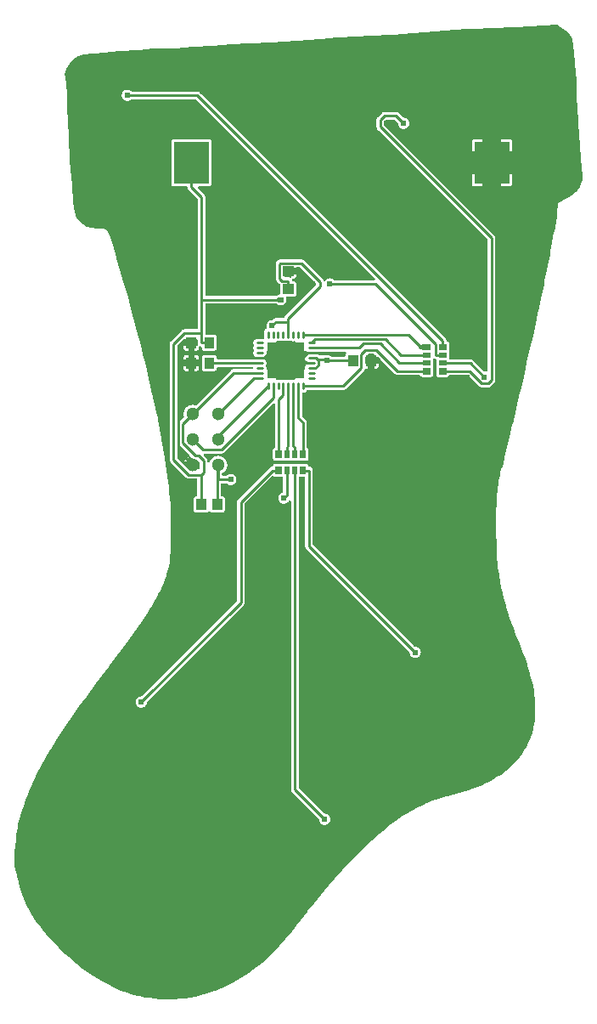
<source format=gbl>
G04 Layer: BottomLayer*
G04 EasyEDA v6.4.7, 2020-11-14T12:43:57+01:00*
G04 ca67bbdea9ee427383f7cb57cdafcb35,58a91c2aa3f04fa292fc60144c522205,10*
G04 Gerber Generator version 0.2*
G04 Scale: 100 percent, Rotated: No, Reflected: No *
G04 Dimensions in millimeters *
G04 leading zeros omitted , absolute positions ,3 integer and 3 decimal *
%FSLAX33Y33*%
%MOMM*%
G90*
D02*

%ADD11C,0.259994*%
%ADD12C,0.610006*%
%ADD14C,0.280010*%
%ADD17C,1.299997*%

%LPD*%
G36*
G01X54293Y97399D02*
G01X54289Y97399D01*
G01X53013Y97342D01*
G01X52992Y97341D01*
G01X52991Y97341D01*
G01X51658Y97267D01*
G01X51656Y97267D01*
G01X50240Y97165D01*
G01X50239Y97165D01*
G01X50218Y97163D01*
G01X50214Y97163D01*
G01X49513Y97114D01*
G01X49509Y97114D01*
G01X48564Y97063D01*
G01X48562Y97063D01*
G01X47561Y97018D01*
G01X47559Y97018D01*
G01X46499Y96981D01*
G01X46497Y96981D01*
G01X46460Y96980D01*
G01X46459Y96980D01*
G01X45440Y96942D01*
G01X45438Y96942D01*
G01X44234Y96882D01*
G01X44232Y96882D01*
G01X43161Y96816D01*
G01X43160Y96816D01*
G01X42223Y96745D01*
G01X42221Y96745D01*
G01X42191Y96742D01*
G01X38882Y96455D01*
G01X38859Y96453D01*
G01X38857Y96453D01*
G01X38854Y96452D01*
G01X38855Y96452D01*
G01X38124Y96400D01*
G01X38120Y96400D01*
G01X37258Y96351D01*
G01X37256Y96351D01*
G01X36349Y96309D01*
G01X36346Y96309D01*
G01X35565Y96283D01*
G01X35564Y96283D01*
G01X35533Y96282D01*
G01X34660Y96250D01*
G01X34658Y96250D01*
G01X33795Y96207D01*
G01X33794Y96207D01*
G01X33041Y96160D01*
G01X33039Y96160D01*
G01X32451Y96112D01*
G01X32449Y96112D01*
G01X32403Y96107D01*
G01X32401Y96107D01*
G01X31687Y96044D01*
G01X31686Y96043D01*
G01X31685Y96043D01*
G01X30772Y95971D01*
G01X30771Y95971D01*
G01X30770Y95970D01*
G01X28454Y95804D01*
G01X28452Y95804D01*
G01X25861Y95639D01*
G01X25860Y95639D01*
G01X25859Y95638D01*
G01X23747Y95522D01*
G01X23745Y95522D01*
G01X23713Y95521D01*
G01X23712Y95520D01*
G01X21880Y95420D01*
G01X21879Y95420D01*
G01X20100Y95304D01*
G01X20099Y95303D01*
G01X20017Y95297D01*
G01X20015Y95297D01*
G01X18096Y95163D01*
G01X18093Y95163D01*
G01X16367Y95059D01*
G01X16365Y95059D01*
G01X15745Y95028D01*
G01X15742Y95028D01*
G01X15229Y95009D01*
G01X15222Y95009D01*
G01X14898Y95006D01*
G01X14883Y95006D01*
G01X14813Y95010D01*
G01X14778Y95014D01*
G01X14767Y95016D01*
G01X14751Y95018D01*
G01X14585Y95022D01*
G01X14577Y95022D01*
G01X14115Y94999D01*
G01X14113Y94999D01*
G01X13408Y94949D01*
G01X13407Y94949D01*
G01X12663Y94888D01*
G01X12662Y94888D01*
G01X12629Y94885D01*
G01X12628Y94885D01*
G01X10779Y94728D01*
G01X10778Y94728D01*
G01X9149Y94597D01*
G01X9148Y94597D01*
G01X9085Y94593D01*
G01X9084Y94593D01*
G01X8304Y94530D01*
G01X8303Y94530D01*
G01X7783Y94482D01*
G01X7781Y94482D01*
G01X7408Y94439D01*
G01X7404Y94439D01*
G01X7092Y94391D01*
G01X7086Y94389D01*
G01X6885Y94345D01*
G01X6870Y94341D01*
G01X6630Y94248D01*
G01X6617Y94242D01*
G01X6349Y94094D01*
G01X6334Y94084D01*
G01X6151Y93938D01*
G01X6146Y93933D01*
G01X5982Y93782D01*
G01X5976Y93776D01*
G01X5874Y93665D01*
G01X5871Y93660D01*
G01X5772Y93540D01*
G01X5769Y93535D01*
G01X5661Y93386D01*
G01X5658Y93382D01*
G01X5577Y93254D01*
G01X5573Y93249D01*
G01X5489Y93097D01*
G01X5485Y93091D01*
G01X5414Y92942D01*
G01X5412Y92936D01*
G01X5363Y92814D01*
G01X5361Y92807D01*
G01X5332Y92717D01*
G01X5328Y92694D01*
G01X5309Y92461D01*
G01X5308Y92453D01*
G01X5309Y92448D01*
G01X5321Y92193D01*
G01X5325Y92170D01*
G01X5336Y92132D01*
G01X5341Y92113D01*
G01X5366Y91989D01*
G01X5369Y91973D01*
G01X5411Y91680D01*
G01X5413Y91669D01*
G01X5453Y91272D01*
G01X5453Y91265D01*
G01X5494Y90719D01*
G01X5494Y90714D01*
G01X5529Y90102D01*
G01X5530Y90101D01*
G01X5530Y90099D01*
G01X5562Y89383D01*
G01X5563Y89382D01*
G01X5563Y89380D01*
G01X5624Y87555D01*
G01X5624Y87554D01*
G01X5625Y87517D01*
G01X5656Y86573D01*
G01X5656Y86572D01*
G01X5701Y85531D01*
G01X5701Y85530D01*
G01X5748Y84631D01*
G01X5748Y84629D01*
G01X5793Y83971D01*
G01X5793Y83969D01*
G01X5801Y83864D01*
G01X5801Y83863D01*
G01X6007Y81424D01*
G01X6007Y81422D01*
G01X6162Y79809D01*
G01X6162Y79807D01*
G01X6227Y79222D01*
G01X6228Y79220D01*
G01X6285Y78782D01*
G01X6286Y78776D01*
G01X6352Y78410D01*
G01X6354Y78402D01*
G01X6366Y78357D01*
G01X6372Y78341D01*
G01X6380Y78327D01*
G01X6580Y78030D01*
G01X6589Y78019D01*
G01X6754Y77835D01*
G01X6760Y77829D01*
G01X6948Y77651D01*
G01X6954Y77645D01*
G01X7139Y77498D01*
G01X7152Y77489D01*
G01X7506Y77286D01*
G01X7522Y77279D01*
G01X7698Y77213D01*
G01X7706Y77211D01*
G01X7797Y77185D01*
G01X7802Y77184D01*
G01X7918Y77158D01*
G01X7926Y77157D01*
G01X8152Y77125D01*
G01X8161Y77124D01*
G01X8435Y77108D01*
G01X8441Y77107D01*
G01X8442Y77107D01*
G01X8754Y77110D01*
G01X8756Y77110D01*
G01X9020Y77118D01*
G01X9027Y77118D01*
G01X9056Y77116D01*
G01X9135Y77107D01*
G01X9177Y77099D01*
G01X9237Y77082D01*
G01X9263Y77073D01*
G01X9288Y77061D01*
G01X9354Y77025D01*
G01X9378Y77010D01*
G01X9400Y76993D01*
G01X9452Y76948D01*
G01X9470Y76932D01*
G01X9485Y76914D01*
G01X9546Y76837D01*
G01X9565Y76809D01*
G01X9616Y76724D01*
G01X9627Y76704D01*
G01X9690Y76573D01*
G01X9696Y76559D01*
G01X9752Y76423D01*
G01X9756Y76410D01*
G01X9895Y76012D01*
G01X9898Y76004D01*
G01X10070Y75450D01*
G01X10071Y75448D01*
G01X10070Y75448D01*
G01X10071Y75447D01*
G01X10436Y74223D01*
G01X10464Y74130D01*
G01X10464Y74129D01*
G01X11064Y72111D01*
G01X11064Y72109D01*
G01X11370Y71057D01*
G01X11370Y71056D01*
G01X11371Y71053D01*
G01X11597Y70237D01*
G01X11598Y70236D01*
G01X11598Y70234D01*
G01X11896Y69112D01*
G01X11899Y69102D01*
G01X11899Y69101D01*
G01X12338Y67492D01*
G01X12339Y67491D01*
G01X12343Y67477D01*
G01X12343Y67475D01*
G01X12344Y67473D01*
G01X12343Y67474D01*
G01X12584Y66576D01*
G01X12584Y66574D01*
G01X12585Y66572D01*
G01X12791Y65745D01*
G01X12791Y65742D01*
G01X12794Y65730D01*
G01X12794Y65729D01*
G01X12963Y65042D01*
G01X12964Y65038D01*
G01X12963Y65040D01*
G01X13100Y64536D01*
G01X13100Y64534D01*
G01X13103Y64525D01*
G01X13157Y64325D01*
G01X13159Y64319D01*
G01X13231Y64017D01*
G01X13233Y64010D01*
G01X13372Y63359D01*
G01X13372Y63356D01*
G01X13373Y63354D01*
G01X13378Y63329D01*
G01X13378Y63327D01*
G01X13534Y62572D01*
G01X13534Y62570D01*
G01X13711Y61779D01*
G01X13711Y61777D01*
G01X13909Y60947D01*
G01X13909Y60945D01*
G01X14076Y60298D01*
G01X14076Y60297D01*
G01X14084Y60270D01*
G01X14084Y60268D01*
G01X14085Y60265D01*
G01X14276Y59525D01*
G01X14277Y59519D01*
G01X14439Y58826D01*
G01X14440Y58819D01*
G01X14572Y58176D01*
G01X14574Y58169D01*
G01X14624Y57886D01*
G01X14625Y57879D01*
G01X14658Y57659D01*
G01X14658Y57656D01*
G01X14659Y57650D01*
G01X14659Y57648D01*
G01X14753Y57022D01*
G01X14753Y57020D01*
G01X14889Y56216D01*
G01X14889Y56215D01*
G01X14915Y56066D01*
G01X14915Y56065D01*
G01X15241Y54208D01*
G01X15241Y54206D01*
G01X15452Y52935D01*
G01X15452Y52932D01*
G01X15453Y52930D01*
G01X15610Y51872D01*
G01X15610Y51870D01*
G01X15611Y51867D01*
G01X15672Y51394D01*
G01X15672Y51392D01*
G01X15673Y51389D01*
G01X15672Y51390D01*
G01X15724Y50941D01*
G01X15724Y50934D01*
G01X15795Y50140D01*
G01X15795Y50133D01*
G01X15823Y49698D01*
G01X15823Y49694D01*
G01X15845Y49246D01*
G01X15845Y49241D01*
G01X15874Y48264D01*
G01X15874Y48260D01*
G01X15893Y46897D01*
G01X15893Y46895D01*
G01X15894Y46839D01*
G01X15894Y46130D01*
G01X15880Y45487D01*
G01X15880Y45480D01*
G01X15849Y44886D01*
G01X15849Y44877D01*
G01X15804Y44366D01*
G01X15803Y44355D01*
G01X15742Y43873D01*
G01X15740Y43861D01*
G01X15659Y43400D01*
G01X15656Y43387D01*
G01X15554Y42943D01*
G01X15551Y42929D01*
G01X15427Y42494D01*
G01X15424Y42487D01*
G01X15415Y42459D01*
G01X15414Y42453D01*
G01X15297Y42111D01*
G01X15293Y42101D01*
G01X15160Y41758D01*
G01X15157Y41749D01*
G01X15020Y41430D01*
G01X15016Y41422D01*
G01X14835Y41036D01*
G01X14832Y41029D01*
G01X14629Y40631D01*
G01X14626Y40625D01*
G01X14418Y40242D01*
G01X14417Y40239D01*
G01X14415Y40237D01*
G01X14167Y39802D01*
G01X14165Y39798D01*
G01X13892Y39339D01*
G01X13892Y39338D01*
G01X13891Y39338D01*
G01X13891Y39337D01*
G01X13867Y39298D01*
G01X13867Y39296D01*
G01X13866Y39295D01*
G01X13866Y39296D01*
G01X13556Y38795D01*
G01X13554Y38791D01*
G01X13250Y38322D01*
G01X13249Y38320D01*
G01X13247Y38317D01*
G01X13247Y38318D01*
G01X12906Y37813D01*
G01X12904Y37811D01*
G01X12903Y37809D01*
G01X12503Y37239D01*
G01X12501Y37237D01*
G01X12021Y36573D01*
G01X12019Y36571D01*
G01X11385Y35712D01*
G01X11384Y35711D01*
G01X11384Y35710D01*
G01X9737Y33516D01*
G01X9637Y33383D01*
G01X9636Y33383D01*
G01X8446Y31799D01*
G01X8445Y31798D01*
G01X7446Y30453D01*
G01X7445Y30452D01*
G01X6725Y29466D01*
G01X6724Y29466D01*
G01X6046Y28517D01*
G01X6046Y28515D01*
G01X5456Y27664D01*
G01X5455Y27662D01*
G01X4928Y26873D01*
G01X4927Y26871D01*
G01X4438Y26108D01*
G01X4437Y26106D01*
G01X3880Y25199D01*
G01X3880Y25198D01*
G01X3841Y25134D01*
G01X3840Y25132D01*
G01X3333Y24264D01*
G01X3332Y24262D01*
G01X2903Y23483D01*
G01X2902Y23481D01*
G01X2508Y22723D01*
G01X2507Y22721D01*
G01X2295Y22290D01*
G01X2294Y22288D01*
G01X2295Y22289D01*
G01X2123Y21926D01*
G01X2123Y21925D01*
G01X1961Y21569D01*
G01X1960Y21567D01*
G01X1784Y21162D01*
G01X1783Y21159D01*
G01X1511Y20482D01*
G01X1510Y20479D01*
G01X1390Y20154D01*
G01X1389Y20152D01*
G01X1278Y19834D01*
G01X1278Y19832D01*
G01X1178Y19522D01*
G01X1177Y19520D01*
G01X1082Y19203D01*
G01X899Y18584D01*
G01X899Y18581D01*
G01X898Y18579D01*
G01X717Y18000D01*
G01X716Y17996D01*
G01X652Y17758D01*
G01X651Y17752D01*
G01X585Y17422D01*
G01X526Y17030D01*
G01X525Y17025D01*
G01X486Y16644D01*
G01X486Y16643D01*
G01X443Y16233D01*
G01X442Y16227D01*
G01X344Y15474D01*
G01X343Y15472D01*
G01X296Y15055D01*
G01X296Y15051D01*
G01X264Y14630D01*
G01X264Y14624D01*
G01X256Y14273D01*
G01X256Y14268D01*
G01X261Y14073D01*
G01X261Y14069D01*
G01X272Y13869D01*
G01X273Y13865D01*
G01X292Y13661D01*
G01X293Y13657D01*
G01X315Y13493D01*
G01X315Y13490D01*
G01X351Y13282D01*
G01X352Y13276D01*
G01X446Y12878D01*
G01X447Y12873D01*
G01X501Y12691D01*
G01X505Y12676D01*
G01X526Y12587D01*
G01X526Y12586D01*
G01X678Y11973D01*
G01X679Y11970D01*
G01X817Y11476D01*
G01X818Y11473D01*
G01X965Y11002D01*
G01X967Y10998D01*
G01X1125Y10549D01*
G01X1127Y10545D01*
G01X1298Y10113D01*
G01X1299Y10109D01*
G01X1485Y9691D01*
G01X1486Y9687D01*
G01X1687Y9281D01*
G01X1689Y9278D01*
G01X1908Y8880D01*
G01X1910Y8877D01*
G01X2147Y8485D01*
G01X2150Y8481D01*
G01X2408Y8092D01*
G01X2410Y8089D01*
G01X2691Y7700D01*
G01X2694Y7697D01*
G01X3054Y7238D01*
G01X3056Y7235D01*
G01X3392Y6836D01*
G01X3395Y6833D01*
G01X3759Y6425D01*
G01X3761Y6423D01*
G01X4156Y6003D01*
G01X4158Y6001D01*
G01X4660Y5491D01*
G01X4685Y5466D01*
G01X4685Y5467D01*
G01X5037Y5124D01*
G01X5039Y5123D01*
G01X5038Y5123D01*
G01X5381Y4801D01*
G01X5382Y4800D01*
G01X5734Y4479D01*
G01X5735Y4478D01*
G01X6114Y4142D01*
G01X6115Y4141D01*
G01X6479Y3828D01*
G01X6480Y3827D01*
G01X6792Y3568D01*
G01X6793Y3567D01*
G01X7070Y3348D01*
G01X7073Y3345D01*
G01X7073Y3346D01*
G01X7335Y3152D01*
G01X7339Y3149D01*
G01X7780Y2856D01*
G01X7782Y2855D01*
G01X8269Y2554D01*
G01X8271Y2553D01*
G01X8905Y2181D01*
G01X8907Y2180D01*
G01X9554Y1818D01*
G01X9556Y1817D01*
G01X10207Y1472D01*
G01X10211Y1470D01*
G01X10210Y1471D01*
G01X10683Y1237D01*
G01X10687Y1235D01*
G01X10864Y1155D01*
G01X10873Y1151D01*
G01X11205Y1039D01*
G01X11220Y1035D01*
G01X11287Y1023D01*
G01X11317Y1016D01*
G01X11484Y965D01*
G01X11498Y960D01*
G01X11697Y887D01*
G01X11708Y883D01*
G01X11911Y798D01*
G01X11918Y795D01*
G01X12209Y697D01*
G01X12217Y695D01*
G01X12636Y592D01*
G01X12640Y591D01*
G01X13139Y494D01*
G01X13143Y493D01*
G01X13641Y418D01*
G01X13645Y417D01*
G01X13643Y417D01*
G01X13687Y412D01*
G01X13688Y411D01*
G01X14314Y336D01*
G01X14316Y336D01*
G01X14732Y295D01*
G01X14736Y294D01*
G01X15138Y267D01*
G01X15143Y267D01*
G01X15516Y256D01*
G01X15520Y256D01*
G01X15889Y263D01*
G01X15894Y263D01*
G01X16284Y287D01*
G01X16288Y288D01*
G01X16724Y329D01*
G01X16728Y330D01*
G01X16726Y329D01*
G01X17323Y400D01*
G01X17328Y401D01*
G01X17326Y400D01*
G01X17804Y470D01*
G01X17807Y471D01*
G01X18212Y545D01*
G01X18215Y545D01*
G01X18618Y633D01*
G01X18621Y634D01*
G01X19091Y754D01*
G01X19094Y755D01*
G01X19494Y872D01*
G01X19498Y874D01*
G01X19497Y873D01*
G01X19897Y1005D01*
G01X19901Y1007D01*
G01X19900Y1006D01*
G01X20299Y1153D01*
G01X20304Y1154D01*
G01X20302Y1154D01*
G01X20702Y1315D01*
G01X20706Y1317D01*
G01X20705Y1316D01*
G01X21104Y1491D01*
G01X21109Y1493D01*
G01X21107Y1493D01*
G01X21576Y1717D01*
G01X21580Y1719D01*
G01X21579Y1718D01*
G01X21981Y1926D01*
G01X21985Y1929D01*
G01X22387Y2151D01*
G01X22391Y2153D01*
G01X22390Y2153D01*
G01X22796Y2392D01*
G01X22798Y2393D01*
G01X23206Y2648D01*
G01X23208Y2649D01*
G01X23619Y2919D01*
G01X23623Y2922D01*
G01X23621Y2921D01*
G01X24105Y3257D01*
G01X24108Y3260D01*
G01X24107Y3258D01*
G01X24411Y3481D01*
G01X24415Y3484D01*
G01X24413Y3483D01*
G01X24667Y3677D01*
G01X24669Y3679D01*
G01X24959Y3914D01*
G01X24962Y3917D01*
G01X24961Y3915D01*
G01X25206Y4124D01*
G01X25209Y4127D01*
G01X25208Y4125D01*
G01X25452Y4343D01*
G01X25454Y4345D01*
G01X25698Y4574D01*
G01X25702Y4577D01*
G01X25947Y4817D01*
G01X25949Y4819D01*
G01X26200Y5075D01*
G01X26201Y5077D01*
G01X26458Y5349D01*
G01X26459Y5351D01*
G01X26722Y5640D01*
G01X26725Y5644D01*
G01X26724Y5642D01*
G01X27281Y6286D01*
G01X27283Y6288D01*
G01X27940Y7089D01*
G01X27941Y7091D01*
G01X28672Y8018D01*
G01X28672Y8019D01*
G01X28787Y8167D01*
G01X28789Y8169D01*
G01X28788Y8169D01*
G01X29477Y9045D01*
G01X29479Y9047D01*
G01X30154Y9889D01*
G01X30156Y9891D01*
G01X30818Y10697D01*
G01X30819Y10698D01*
G01X30820Y10700D01*
G01X31576Y11596D01*
G01X31577Y11598D01*
G01X31578Y11599D01*
G01X32213Y12330D01*
G01X32214Y12331D01*
G01X32214Y12332D01*
G01X32215Y12333D01*
G01X32940Y13143D01*
G01X32941Y13145D01*
G01X32943Y13146D01*
G01X33551Y13803D01*
G01X33552Y13805D01*
G01X33554Y13807D01*
G01X33554Y13806D01*
G01X34150Y14430D01*
G01X34154Y14434D01*
G01X34153Y14434D01*
G01X34738Y15024D01*
G01X34742Y15028D01*
G01X35316Y15585D01*
G01X35317Y15587D01*
G01X35318Y15587D01*
G01X35320Y15589D01*
G01X35319Y15589D01*
G01X35882Y16114D01*
G01X35886Y16117D01*
G01X35887Y16118D01*
G01X36439Y16610D01*
G01X36443Y16613D01*
G01X36446Y16616D01*
G01X36444Y16615D01*
G01X36986Y17075D01*
G01X36989Y17078D01*
G01X36993Y17081D01*
G01X37523Y17508D01*
G01X37529Y17513D01*
G01X38052Y17910D01*
G01X38059Y17915D01*
G01X38656Y18339D01*
G01X38659Y18341D01*
G01X38661Y18342D01*
G01X38707Y18374D01*
G01X38709Y18375D01*
G01X38710Y18376D01*
G01X38991Y18562D01*
G01X38993Y18563D01*
G01X38995Y18565D01*
G01X39325Y18773D01*
G01X39332Y18777D01*
G01X39900Y19113D01*
G01X39908Y19118D01*
G01X40477Y19424D01*
G01X40487Y19428D01*
G01X41053Y19703D01*
G01X41061Y19707D01*
G01X41342Y19833D01*
G01X41348Y19835D01*
G01X41628Y19952D01*
G01X41633Y19954D01*
G01X41911Y20063D01*
G01X41918Y20066D01*
G01X42239Y20182D01*
G01X42245Y20184D01*
G01X42518Y20274D01*
G01X42524Y20276D01*
G01X42794Y20358D01*
G01X42801Y20360D01*
G01X43066Y20432D01*
G01X43074Y20434D01*
G01X43379Y20506D01*
G01X43381Y20507D01*
G01X43383Y20507D01*
G01X43478Y20528D01*
G01X43479Y20528D01*
G01X44043Y20662D01*
G01X44047Y20663D01*
G01X44046Y20662D01*
G01X44678Y20831D01*
G01X44682Y20832D01*
G01X44681Y20832D01*
G01X45200Y20987D01*
G01X45204Y20989D01*
G01X45203Y20988D01*
G01X45704Y21155D01*
G01X45708Y21156D01*
G01X45707Y21156D01*
G01X46188Y21332D01*
G01X46192Y21334D01*
G01X46731Y21554D01*
G01X46734Y21556D01*
G01X47175Y21756D01*
G01X47179Y21757D01*
G01X47605Y21970D01*
G01X48010Y22192D01*
G01X48013Y22194D01*
G01X48400Y22427D01*
G01X48404Y22429D01*
G01X48773Y22673D01*
G01X48776Y22675D01*
G01X49128Y22929D01*
G01X49132Y22932D01*
G01X49522Y23244D01*
G01X49526Y23247D01*
G01X49840Y23526D01*
G01X49844Y23529D01*
G01X50142Y23819D01*
G01X50146Y23823D01*
G01X50434Y24131D01*
G01X50438Y24136D01*
G01X50666Y24414D01*
G01X50670Y24419D01*
G01X50889Y24726D01*
G01X50892Y24730D01*
G01X51108Y25067D01*
G01X51111Y25071D01*
G01X51332Y25454D01*
G01X51334Y25458D01*
G01X51531Y25841D01*
G01X51534Y25846D01*
G01X51696Y26208D01*
G01X51699Y26216D01*
G01X51838Y26611D01*
G01X51841Y26618D01*
G01X51891Y26801D01*
G01X51892Y26805D01*
G01X51992Y27245D01*
G01X51993Y27248D01*
G01X51993Y27250D01*
G01X52115Y27743D01*
G01X52117Y27752D01*
G01X52161Y28032D01*
G01X52162Y28041D01*
G01X52185Y28422D01*
G01X52185Y28427D01*
G01X52192Y28941D01*
G01X52192Y28945D01*
G01X52180Y29515D01*
G01X52180Y29519D01*
G01X52147Y30147D01*
G01X52147Y30151D01*
G01X52104Y30658D01*
G01X52103Y30662D01*
G01X52054Y31069D01*
G01X52053Y31075D01*
G01X51976Y31486D01*
G01X51975Y31491D01*
G01X51824Y32126D01*
G01X51823Y32128D01*
G01X51685Y32667D01*
G01X51685Y32669D01*
G01X51544Y33174D01*
G01X51543Y33177D01*
G01X51394Y33664D01*
G01X51393Y33668D01*
G01X51216Y34196D01*
G01X51215Y34200D01*
G01X51033Y34704D01*
G01X51032Y34706D01*
G01X50824Y35247D01*
G01X50823Y35249D01*
G01X50824Y35249D01*
G01X50564Y35894D01*
G01X50546Y35938D01*
G01X50545Y35939D01*
G01X50350Y36424D01*
G01X50349Y36425D01*
G01X50349Y36426D01*
G01X50348Y36428D01*
G01X50349Y36427D01*
G01X50132Y36984D01*
G01X50132Y36986D01*
G01X50131Y36988D01*
G01X49960Y37446D01*
G01X49959Y37447D01*
G01X49958Y37449D01*
G01X49755Y38018D01*
G01X49754Y38019D01*
G01X49754Y38020D01*
G01X49753Y38021D01*
G01X49592Y38496D01*
G01X49591Y38498D01*
G01X49591Y38500D01*
G01X49429Y39003D01*
G01X49428Y39006D01*
G01X49427Y39008D01*
G01X49267Y39538D01*
G01X49266Y39540D01*
G01X49266Y39542D01*
G01X49150Y39951D01*
G01X49150Y39953D01*
G01X49141Y39984D01*
G01X49141Y39987D01*
G01X48970Y40631D01*
G01X48968Y40639D01*
G01X48836Y41212D01*
G01X48834Y41222D01*
G01X48699Y41935D01*
G01X48698Y41938D01*
G01X48698Y41940D01*
G01X48514Y43022D01*
G01X48514Y43024D01*
G01X48512Y43038D01*
G01X48511Y43047D01*
G01X48486Y43245D01*
G01X48485Y43253D01*
G01X48457Y43557D01*
G01X48456Y43564D01*
G01X48398Y44474D01*
G01X48398Y44479D01*
G01X48349Y45576D01*
G01X48349Y45580D01*
G01X48314Y46769D01*
G01X48314Y46772D01*
G01X48313Y46862D01*
G01X48312Y46863D01*
G01X48312Y46864D01*
G01X48300Y47891D01*
G01X48300Y47896D01*
G01X48309Y48904D01*
G01X48309Y48910D01*
G01X48338Y49752D01*
G01X48338Y49760D01*
G01X48387Y50523D01*
G01X48387Y50530D01*
G01X48420Y50885D01*
G01X48420Y50890D01*
G01X48458Y51228D01*
G01X48459Y51234D01*
G01X48510Y51608D01*
G01X48511Y51615D01*
G01X48560Y51919D01*
G01X48561Y51925D01*
G01X48616Y52216D01*
G01X48618Y52223D01*
G01X48678Y52500D01*
G01X48680Y52507D01*
G01X48746Y52771D01*
G01X48749Y52780D01*
G01X48833Y53073D01*
G01X48833Y53074D01*
G01X48921Y53388D01*
G01X48922Y53391D01*
G01X49013Y53748D01*
G01X49013Y53749D01*
G01X49122Y54204D01*
G01X49122Y54205D01*
G01X49219Y54642D01*
G01X49219Y54643D01*
G01X49439Y55616D01*
G01X49439Y55618D01*
G01X49440Y55620D01*
G01X49688Y56639D01*
G01X49689Y56640D01*
G01X49689Y56642D01*
G01X49699Y56679D01*
G01X49699Y56680D01*
G01X49935Y57615D01*
G01X49936Y57616D01*
G01X50206Y58715D01*
G01X50207Y58716D01*
G01X50206Y58716D01*
G01X50425Y59628D01*
G01X50425Y59629D01*
G01X50588Y60345D01*
G01X50588Y60346D01*
G01X50589Y60352D01*
G01X50590Y60354D01*
G01X50590Y60356D01*
G01X50720Y60920D01*
G01X50721Y60923D01*
G01X50720Y60922D01*
G01X50721Y60925D01*
G01X50880Y61569D01*
G01X50880Y61570D01*
G01X50881Y61571D01*
G01X50883Y61580D01*
G01X50883Y61582D01*
G01X51046Y62261D01*
G01X51047Y62263D01*
G01X51223Y63068D01*
G01X51223Y63069D01*
G01X51227Y63089D01*
G01X51227Y63091D01*
G01X51367Y63741D01*
G01X51367Y63744D01*
G01X51530Y64460D01*
G01X51530Y64462D01*
G01X51531Y64464D01*
G01X51530Y64463D01*
G01X52070Y66728D01*
G01X52070Y66729D01*
G01X52071Y66731D01*
G01X52072Y66738D01*
G01X52073Y66741D01*
G01X52256Y67572D01*
G01X52256Y67575D01*
G01X52463Y68630D01*
G01X52464Y68632D01*
G01X52467Y68648D01*
G01X52467Y68649D01*
G01X52468Y68652D01*
G01X52467Y68651D01*
G01X52565Y69158D01*
G01X52566Y69160D01*
G01X52566Y69161D01*
G01X52669Y69658D01*
G01X52669Y69660D01*
G01X52670Y69663D01*
G01X52770Y70115D01*
G01X52771Y70120D01*
G01X52863Y70499D01*
G01X52938Y70806D01*
G01X52939Y70810D01*
G01X53014Y71155D01*
G01X53015Y71157D01*
G01X53086Y71521D01*
G01X53087Y71526D01*
G01X53147Y71884D01*
G01X53203Y72217D01*
G01X53204Y72223D01*
G01X53279Y72608D01*
G01X53279Y72610D01*
G01X53280Y72613D01*
G01X53353Y72956D01*
G01X53354Y72961D01*
G01X53443Y73338D01*
G01X53443Y73339D01*
G01X53534Y73732D01*
G01X53535Y73737D01*
G01X53534Y73735D01*
G01X53612Y74115D01*
G01X53612Y74117D01*
G01X53676Y74462D01*
G01X53677Y74467D01*
G01X53676Y74465D01*
G01X53735Y74840D01*
G01X53799Y75246D01*
G01X53800Y75249D01*
G01X53800Y75251D01*
G01X53886Y75741D01*
G01X53887Y75743D01*
G01X53887Y75745D01*
G01X54081Y76729D01*
G01X54081Y76731D01*
G01X54082Y76734D01*
G01X54081Y76732D01*
G01X54085Y76749D01*
G01X54085Y76750D01*
G01X54180Y77233D01*
G01X54181Y77235D01*
G01X54278Y77790D01*
G01X54278Y77792D01*
G01X54354Y78290D01*
G01X54355Y78294D01*
G01X54354Y78293D01*
G01X54402Y78680D01*
G01X54403Y78685D01*
G01X54402Y78683D01*
G01X54485Y79510D01*
G01X54488Y79533D01*
G01X54494Y79556D01*
G01X54501Y79578D01*
G01X54511Y79599D01*
G01X54522Y79620D01*
G01X54535Y79639D01*
G01X54550Y79657D01*
G01X54567Y79674D01*
G01X54585Y79689D01*
G01X54604Y79702D01*
G01X54624Y79713D01*
G01X55251Y80030D01*
G01X55255Y80032D01*
G01X55254Y80031D01*
G01X55536Y80186D01*
G01X55542Y80189D01*
G01X55776Y80338D01*
G01X55781Y80342D01*
G01X55994Y80499D01*
G01X56000Y80504D01*
G01X56207Y80683D01*
G01X56213Y80689D01*
G01X56382Y80861D01*
G01X56386Y80866D01*
G01X56452Y80943D01*
G01X56459Y80951D01*
G01X56642Y81213D01*
G01X56648Y81222D01*
G01X56774Y81452D01*
G01X56780Y81466D01*
G01X56867Y81707D01*
G01X56871Y81723D01*
G01X56913Y81942D01*
G01X56914Y81960D01*
G01X56917Y82193D01*
G01X56917Y82198D01*
G01X56904Y82527D01*
G01X56904Y82530D01*
G01X56866Y83092D01*
G01X56866Y83093D01*
G01X56678Y85321D01*
G01X56671Y85407D01*
G01X56671Y85408D01*
G01X56670Y85409D01*
G01X56499Y87547D01*
G01X56499Y87549D01*
G01X56498Y87552D01*
G01X56381Y89286D01*
G01X56381Y89289D01*
G01X56345Y89951D01*
G01X56345Y89954D01*
G01X56324Y90476D01*
G01X56324Y90483D01*
G01X56319Y90842D01*
G01X56319Y90855D01*
G01X56323Y90967D01*
G01X56325Y90992D01*
G01X56331Y91033D01*
G01X56332Y91046D01*
G01X56335Y91305D01*
G01X56335Y91311D01*
G01X56308Y91858D01*
G01X56308Y91860D01*
G01X56254Y92656D01*
G01X56253Y92659D01*
G01X56254Y92658D01*
G01X56182Y93556D01*
G01X56182Y93557D01*
G01X56175Y93638D01*
G01X56175Y93639D01*
G01X56083Y94638D01*
G01X56083Y94641D01*
G01X56007Y95286D01*
G01X56007Y95290D01*
G01X55967Y95545D01*
G01X55966Y95549D01*
G01X55931Y95731D01*
G01X55930Y95736D01*
G01X55884Y95924D01*
G01X55882Y95931D01*
G01X55832Y96086D01*
G01X55829Y96094D01*
G01X55786Y96199D01*
G01X55782Y96207D01*
G01X55724Y96317D01*
G01X55719Y96327D01*
G01X55655Y96421D01*
G01X55648Y96430D01*
G01X55573Y96518D01*
G01X55566Y96525D01*
G01X55480Y96608D01*
G01X55471Y96615D01*
G01X55268Y96771D01*
G01X55264Y96773D01*
G01X54968Y96978D01*
G01X54966Y96980D01*
G01X54349Y97383D01*
G01X54336Y97390D01*
G01X54322Y97395D01*
G01X54308Y97398D01*
G01X54293Y97399D01*
G37*
G36*
G01X38710Y18375D02*
G01X38709Y18375D01*
G01X38708Y18374D01*
G01X38710Y18375D01*
G37*

%LPC*%
G36*
G01X11566Y90919D02*
G01X11531Y90921D01*
G01X11497Y90920D01*
G01X11463Y90916D01*
G01X11430Y90911D01*
G01X11397Y90904D01*
G01X11364Y90895D01*
G01X11332Y90884D01*
G01X11301Y90871D01*
G01X11270Y90856D01*
G01X11241Y90840D01*
G01X11212Y90821D01*
G01X11185Y90801D01*
G01X11159Y90779D01*
G01X11134Y90756D01*
G01X11111Y90731D01*
G01X11089Y90705D01*
G01X11069Y90678D01*
G01X11051Y90650D01*
G01X11034Y90620D01*
G01X11019Y90589D01*
G01X11006Y90558D01*
G01X10995Y90526D01*
G01X10986Y90493D01*
G01X10979Y90460D01*
G01X10974Y90427D01*
G01X10971Y90393D01*
G01X10970Y90359D01*
G01X10971Y90325D01*
G01X10974Y90291D01*
G01X10979Y90258D01*
G01X10986Y90225D01*
G01X10995Y90192D01*
G01X11006Y90160D01*
G01X11019Y90129D01*
G01X11034Y90098D01*
G01X11051Y90069D01*
G01X11069Y90040D01*
G01X11089Y90013D01*
G01X11111Y89987D01*
G01X11134Y89962D01*
G01X11159Y89939D01*
G01X11185Y89917D01*
G01X11212Y89897D01*
G01X11241Y89878D01*
G01X11270Y89862D01*
G01X11301Y89847D01*
G01X11332Y89834D01*
G01X11364Y89823D01*
G01X11397Y89814D01*
G01X11430Y89807D01*
G01X11463Y89802D01*
G01X11497Y89798D01*
G01X11531Y89797D01*
G01X11566Y89799D01*
G01X11601Y89802D01*
G01X11635Y89807D01*
G01X11669Y89815D01*
G01X11702Y89824D01*
G01X11735Y89836D01*
G01X11767Y89849D01*
G01X11798Y89865D01*
G01X11828Y89883D01*
G01X11857Y89902D01*
G01X11885Y89923D01*
G01X11911Y89946D01*
G01X11923Y89955D01*
G01X11936Y89963D01*
G01X11950Y89968D01*
G01X11965Y89971D01*
G01X11980Y89972D01*
G01X18301Y89972D01*
G01X18317Y89971D01*
G01X18333Y89967D01*
G01X18347Y89961D01*
G01X18361Y89953D01*
G01X18373Y89943D01*
G01X36193Y72123D01*
G01X36203Y72111D01*
G01X36211Y72097D01*
G01X36218Y72083D01*
G01X36221Y72067D01*
G01X36223Y72051D01*
G01X36222Y72037D01*
G01X36218Y72023D01*
G01X36213Y72009D01*
G01X36206Y71996D01*
G01X36198Y71985D01*
G01X36187Y71974D01*
G01X36176Y71966D01*
G01X36163Y71959D01*
G01X36150Y71954D01*
G01X36135Y71951D01*
G01X36121Y71950D01*
G01X32173Y71950D01*
G01X32158Y71951D01*
G01X32143Y71954D01*
G01X32129Y71959D01*
G01X32116Y71967D01*
G01X32104Y71976D01*
G01X32078Y71999D01*
G01X32050Y72020D01*
G01X32021Y72039D01*
G01X31991Y72057D01*
G01X31960Y72073D01*
G01X31928Y72086D01*
G01X31895Y72098D01*
G01X31862Y72107D01*
G01X31828Y72115D01*
G01X31794Y72120D01*
G01X31759Y72123D01*
G01X31724Y72125D01*
G01X31689Y72123D01*
G01X31653Y72120D01*
G01X31618Y72115D01*
G01X31584Y72107D01*
G01X31550Y72097D01*
G01X31517Y72085D01*
G01X31484Y72071D01*
G01X31453Y72055D01*
G01X31422Y72036D01*
G01X31393Y72017D01*
G01X31365Y71995D01*
G01X31339Y71971D01*
G01X31314Y71946D01*
G01X31290Y71919D01*
G01X31269Y71891D01*
G01X31258Y71879D01*
G01X31246Y71869D01*
G01X31232Y71860D01*
G01X31218Y71854D01*
G01X31202Y71850D01*
G01X31186Y71849D01*
G01X31171Y71850D01*
G01X31157Y71853D01*
G01X31143Y71859D01*
G01X31130Y71866D01*
G01X31119Y71875D01*
G01X31109Y71885D01*
G01X31100Y71897D01*
G01X31093Y71910D01*
G01X31080Y71936D01*
G01X31066Y71962D01*
G01X31050Y71985D01*
G01X31032Y72008D01*
G01X31012Y72029D01*
G01X29132Y73909D01*
G01X29110Y73930D01*
G01X29086Y73948D01*
G01X29061Y73965D01*
G01X29034Y73980D01*
G01X29007Y73993D01*
G01X28978Y74003D01*
G01X28949Y74012D01*
G01X28919Y74017D01*
G01X28889Y74021D01*
G01X28859Y74022D01*
G01X26804Y74022D01*
G01X26774Y74021D01*
G01X26744Y74017D01*
G01X26714Y74012D01*
G01X26685Y74003D01*
G01X26656Y73993D01*
G01X26629Y73980D01*
G01X26602Y73965D01*
G01X26577Y73948D01*
G01X26553Y73930D01*
G01X26531Y73909D01*
G01X26455Y73833D01*
G01X26434Y73810D01*
G01X26415Y73787D01*
G01X26398Y73761D01*
G01X26384Y73735D01*
G01X26371Y73707D01*
G01X26360Y73679D01*
G01X26352Y73650D01*
G01X26346Y73620D01*
G01X26343Y73590D01*
G01X26341Y73559D01*
G01X26341Y72084D01*
G01X26343Y72053D01*
G01X26346Y72023D01*
G01X26352Y71993D01*
G01X26361Y71964D01*
G01X26371Y71935D01*
G01X26384Y71907D01*
G01X26399Y71881D01*
G01X26416Y71855D01*
G01X26435Y71831D01*
G01X26456Y71809D01*
G01X26705Y71563D01*
G01X26728Y71541D01*
G01X26739Y71531D01*
G01X26748Y71519D01*
G01X26755Y71506D01*
G01X26760Y71492D01*
G01X26764Y71478D01*
G01X26765Y71463D01*
G01X26765Y70620D01*
G01X26764Y70605D01*
G01X26761Y70591D01*
G01X26755Y70577D01*
G01X26748Y70564D01*
G01X26739Y70552D01*
G01X26729Y70542D01*
G01X26717Y70534D01*
G01X26704Y70527D01*
G01X26690Y70522D01*
G01X26657Y70512D01*
G01X26625Y70500D01*
G01X26594Y70486D01*
G01X26564Y70471D01*
G01X26535Y70453D01*
G01X26507Y70434D01*
G01X26490Y70424D01*
G01X26386Y70376D01*
G01X26372Y70371D01*
G01X26358Y70367D01*
G01X26343Y70366D01*
G01X19403Y70366D01*
G01X19389Y70367D01*
G01X19374Y70370D01*
G01X19348Y70382D01*
G01X19336Y70391D01*
G01X19326Y70401D01*
G01X19318Y70413D01*
G01X19311Y70426D01*
G01X19306Y70439D01*
G01X19302Y70454D01*
G01X19301Y70468D01*
G01X19301Y80237D01*
G01X19300Y80267D01*
G01X19297Y80298D01*
G01X19291Y80327D01*
G01X19282Y80357D01*
G01X19272Y80385D01*
G01X19259Y80413D01*
G01X19244Y80439D01*
G01X19228Y80464D01*
G01X19209Y80488D01*
G01X19188Y80510D01*
G01X18601Y81098D01*
G01X18590Y81110D01*
G01X18582Y81124D01*
G01X18576Y81138D01*
G01X18572Y81154D01*
G01X18571Y81170D01*
G01X18572Y81184D01*
G01X18575Y81198D01*
G01X18580Y81212D01*
G01X18587Y81225D01*
G01X18596Y81236D01*
G01X18606Y81247D01*
G01X18618Y81255D01*
G01X18630Y81262D01*
G01X18644Y81267D01*
G01X18658Y81270D01*
G01X18672Y81271D01*
G01X19667Y81271D01*
G01X19691Y81273D01*
G01X19715Y81276D01*
G01X19738Y81281D01*
G01X19760Y81289D01*
G01X19782Y81298D01*
G01X19802Y81310D01*
G01X19822Y81323D01*
G01X19840Y81338D01*
G01X19857Y81355D01*
G01X19872Y81373D01*
G01X19886Y81393D01*
G01X19897Y81414D01*
G01X19907Y81435D01*
G01X19914Y81458D01*
G01X19920Y81481D01*
G01X19923Y81504D01*
G01X19924Y81528D01*
G01X19924Y85728D01*
G01X19923Y85752D01*
G01X19920Y85775D01*
G01X19914Y85798D01*
G01X19907Y85821D01*
G01X19897Y85842D01*
G01X19886Y85863D01*
G01X19872Y85883D01*
G01X19857Y85901D01*
G01X19840Y85918D01*
G01X19822Y85933D01*
G01X19802Y85946D01*
G01X19782Y85958D01*
G01X19760Y85967D01*
G01X19738Y85975D01*
G01X19715Y85980D01*
G01X19691Y85983D01*
G01X19667Y85985D01*
G01X16167Y85985D01*
G01X16144Y85983D01*
G01X16120Y85980D01*
G01X16097Y85975D01*
G01X16075Y85967D01*
G01X16053Y85958D01*
G01X16032Y85946D01*
G01X16013Y85933D01*
G01X15995Y85918D01*
G01X15978Y85901D01*
G01X15963Y85883D01*
G01X15949Y85863D01*
G01X15938Y85842D01*
G01X15928Y85821D01*
G01X15921Y85798D01*
G01X15915Y85775D01*
G01X15912Y85752D01*
G01X15911Y85728D01*
G01X15911Y81528D01*
G01X15912Y81504D01*
G01X15915Y81481D01*
G01X15921Y81458D01*
G01X15928Y81435D01*
G01X15938Y81414D01*
G01X15949Y81393D01*
G01X15963Y81373D01*
G01X15978Y81355D01*
G01X15995Y81338D01*
G01X16013Y81323D01*
G01X16032Y81310D01*
G01X16053Y81298D01*
G01X16075Y81289D01*
G01X16097Y81281D01*
G01X16120Y81276D01*
G01X16144Y81273D01*
G01X16167Y81271D01*
G01X17433Y81271D01*
G01X17447Y81270D01*
G01X17462Y81267D01*
G01X17475Y81262D01*
G01X17488Y81255D01*
G01X17500Y81246D01*
G01X17510Y81236D01*
G01X17519Y81224D01*
G01X17526Y81211D01*
G01X17531Y81198D01*
G01X17534Y81183D01*
G01X17539Y81153D01*
G01X17547Y81122D01*
G01X17558Y81092D01*
G01X17570Y81064D01*
G01X17585Y81036D01*
G01X17603Y81010D01*
G01X17622Y80985D01*
G01X17643Y80962D01*
G01X18499Y80107D01*
G01X18509Y80095D01*
G01X18517Y80081D01*
G01X18523Y80066D01*
G01X18527Y80051D01*
G01X18528Y80035D01*
G01X18528Y67146D01*
G01X18527Y67132D01*
G01X18524Y67118D01*
G01X18519Y67104D01*
G01X18512Y67091D01*
G01X18504Y67080D01*
G01X18493Y67070D01*
G01X18482Y67061D01*
G01X18469Y67054D01*
G01X18455Y67049D01*
G01X18441Y67046D01*
G01X18427Y67045D01*
G01X17211Y67045D01*
G01X17180Y67044D01*
G01X17150Y67040D01*
G01X17120Y67034D01*
G01X17091Y67026D01*
G01X17063Y67015D01*
G01X17035Y67003D01*
G01X17009Y66988D01*
G01X16983Y66971D01*
G01X16960Y66952D01*
G01X16937Y66932D01*
G01X15858Y65852D01*
G01X15837Y65830D01*
G01X15818Y65806D01*
G01X15801Y65781D01*
G01X15787Y65754D01*
G01X15774Y65727D01*
G01X15763Y65698D01*
G01X15755Y65669D01*
G01X15749Y65639D01*
G01X15746Y65609D01*
G01X15745Y65579D01*
G01X15745Y54075D01*
G01X15746Y54045D01*
G01X15749Y54015D01*
G01X15755Y53985D01*
G01X15763Y53956D01*
G01X15774Y53927D01*
G01X15787Y53900D01*
G01X15801Y53873D01*
G01X15818Y53848D01*
G01X15837Y53824D01*
G01X15858Y53802D01*
G01X17392Y52268D01*
G01X17414Y52247D01*
G01X17438Y52228D01*
G01X17463Y52211D01*
G01X17490Y52197D01*
G01X17517Y52184D01*
G01X17546Y52173D01*
G01X17575Y52165D01*
G01X17605Y52159D01*
G01X17635Y52156D01*
G01X17665Y52154D01*
G01X18409Y52154D01*
G01X18423Y52153D01*
G01X18438Y52150D01*
G01X18451Y52145D01*
G01X18464Y52138D01*
G01X18475Y52130D01*
G01X18486Y52119D01*
G01X18494Y52108D01*
G01X18501Y52095D01*
G01X18506Y52081D01*
G01X18510Y52067D01*
G01X18511Y52053D01*
G01X18511Y50500D01*
G01X18510Y50486D01*
G01X18506Y50472D01*
G01X18501Y50458D01*
G01X18494Y50445D01*
G01X18486Y50434D01*
G01X18475Y50423D01*
G01X18464Y50415D01*
G01X18451Y50408D01*
G01X18438Y50403D01*
G01X18423Y50400D01*
G01X18409Y50399D01*
G01X18397Y50399D01*
G01X18374Y50397D01*
G01X18350Y50394D01*
G01X18327Y50389D01*
G01X18305Y50381D01*
G01X18283Y50372D01*
G01X18262Y50360D01*
G01X18243Y50347D01*
G01X18225Y50332D01*
G01X18208Y50315D01*
G01X18193Y50297D01*
G01X18179Y50277D01*
G01X18168Y50256D01*
G01X18158Y50235D01*
G01X18151Y50212D01*
G01X18145Y50189D01*
G01X18142Y50166D01*
G01X18141Y50142D01*
G01X18141Y49042D01*
G01X18142Y49018D01*
G01X18145Y48995D01*
G01X18151Y48972D01*
G01X18158Y48949D01*
G01X18168Y48928D01*
G01X18179Y48907D01*
G01X18193Y48887D01*
G01X18208Y48869D01*
G01X18225Y48852D01*
G01X18243Y48837D01*
G01X18262Y48824D01*
G01X18283Y48812D01*
G01X18305Y48803D01*
G01X18327Y48795D01*
G01X18350Y48790D01*
G01X18374Y48787D01*
G01X18397Y48785D01*
G01X19397Y48785D01*
G01X19420Y48786D01*
G01X19443Y48790D01*
G01X19466Y48795D01*
G01X19488Y48802D01*
G01X19509Y48811D01*
G01X19530Y48822D01*
G01X19549Y48835D01*
G01X19567Y48849D01*
G01X19583Y48865D01*
G01X19599Y48883D01*
G01X19612Y48902D01*
G01X19621Y48913D01*
G01X19631Y48923D01*
G01X19643Y48932D01*
G01X19655Y48939D01*
G01X19669Y48944D01*
G01X19683Y48947D01*
G01X19697Y48948D01*
G01X19712Y48947D01*
G01X19726Y48944D01*
G01X19739Y48939D01*
G01X19752Y48932D01*
G01X19763Y48923D01*
G01X19774Y48913D01*
G01X19782Y48902D01*
G01X19796Y48883D01*
G01X19811Y48865D01*
G01X19828Y48849D01*
G01X19846Y48835D01*
G01X19865Y48822D01*
G01X19885Y48811D01*
G01X19907Y48802D01*
G01X19929Y48795D01*
G01X19951Y48790D01*
G01X19974Y48786D01*
G01X19997Y48785D01*
G01X20997Y48785D01*
G01X21021Y48787D01*
G01X21044Y48790D01*
G01X21067Y48795D01*
G01X21090Y48803D01*
G01X21111Y48812D01*
G01X21132Y48824D01*
G01X21152Y48837D01*
G01X21170Y48852D01*
G01X21187Y48869D01*
G01X21202Y48887D01*
G01X21215Y48907D01*
G01X21227Y48928D01*
G01X21236Y48949D01*
G01X21244Y48972D01*
G01X21249Y48995D01*
G01X21253Y49018D01*
G01X21254Y49042D01*
G01X21254Y50142D01*
G01X21253Y50166D01*
G01X21249Y50189D01*
G01X21244Y50212D01*
G01X21236Y50235D01*
G01X21227Y50256D01*
G01X21215Y50277D01*
G01X21202Y50297D01*
G01X21187Y50315D01*
G01X21170Y50332D01*
G01X21152Y50347D01*
G01X21132Y50360D01*
G01X21111Y50372D01*
G01X21090Y50381D01*
G01X21067Y50389D01*
G01X21044Y50394D01*
G01X21021Y50397D01*
G01X20997Y50399D01*
G01X20985Y50399D01*
G01X20971Y50400D01*
G01X20957Y50403D01*
G01X20943Y50408D01*
G01X20930Y50415D01*
G01X20919Y50423D01*
G01X20909Y50434D01*
G01X20900Y50445D01*
G01X20893Y50458D01*
G01X20888Y50472D01*
G01X20885Y50486D01*
G01X20884Y50500D01*
G01X20884Y51591D01*
G01X20885Y51605D01*
G01X20888Y51619D01*
G01X20893Y51633D01*
G01X20900Y51645D01*
G01X20909Y51657D01*
G01X20919Y51667D01*
G01X20930Y51676D01*
G01X20943Y51683D01*
G01X20957Y51688D01*
G01X20971Y51691D01*
G01X20985Y51692D01*
G01X21407Y51692D01*
G01X21422Y51691D01*
G01X21437Y51688D01*
G01X21451Y51682D01*
G01X21464Y51675D01*
G01X21476Y51665D01*
G01X21502Y51643D01*
G01X21530Y51622D01*
G01X21559Y51602D01*
G01X21589Y51585D01*
G01X21620Y51569D01*
G01X21652Y51555D01*
G01X21685Y51544D01*
G01X21718Y51534D01*
G01X21752Y51527D01*
G01X21787Y51521D01*
G01X21821Y51518D01*
G01X21856Y51517D01*
G01X21890Y51518D01*
G01X21924Y51521D01*
G01X21957Y51526D01*
G01X21991Y51533D01*
G01X22023Y51543D01*
G01X22055Y51554D01*
G01X22087Y51567D01*
G01X22117Y51581D01*
G01X22147Y51598D01*
G01X22175Y51617D01*
G01X22203Y51637D01*
G01X22229Y51658D01*
G01X22277Y51706D01*
G01X22298Y51732D01*
G01X22318Y51760D01*
G01X22337Y51788D01*
G01X22353Y51818D01*
G01X22368Y51848D01*
G01X22381Y51880D01*
G01X22392Y51912D01*
G01X22401Y51944D01*
G01X22409Y51977D01*
G01X22414Y52011D01*
G01X22417Y52045D01*
G01X22418Y52079D01*
G01X22417Y52113D01*
G01X22414Y52146D01*
G01X22409Y52180D01*
G01X22401Y52213D01*
G01X22392Y52246D01*
G01X22381Y52278D01*
G01X22368Y52309D01*
G01X22353Y52340D01*
G01X22337Y52369D01*
G01X22318Y52398D01*
G01X22298Y52425D01*
G01X22277Y52451D01*
G01X22253Y52476D01*
G01X22229Y52499D01*
G01X22203Y52521D01*
G01X22175Y52541D01*
G01X22147Y52559D01*
G01X22117Y52576D01*
G01X22087Y52591D01*
G01X22055Y52604D01*
G01X22023Y52615D01*
G01X21991Y52624D01*
G01X21957Y52631D01*
G01X21924Y52636D01*
G01X21890Y52639D01*
G01X21856Y52640D01*
G01X21821Y52639D01*
G01X21787Y52636D01*
G01X21752Y52631D01*
G01X21718Y52623D01*
G01X21685Y52613D01*
G01X21652Y52602D01*
G01X21620Y52588D01*
G01X21589Y52573D01*
G01X21559Y52555D01*
G01X21530Y52536D01*
G01X21502Y52515D01*
G01X21476Y52492D01*
G01X21464Y52483D01*
G01X21451Y52475D01*
G01X21437Y52470D01*
G01X21422Y52466D01*
G01X21407Y52465D01*
G01X21074Y52465D01*
G01X21060Y52466D01*
G01X21046Y52469D01*
G01X21032Y52474D01*
G01X21019Y52481D01*
G01X21008Y52490D01*
G01X20998Y52500D01*
G01X20989Y52512D01*
G01X20982Y52525D01*
G01X20977Y52538D01*
G01X20974Y52552D01*
G01X20973Y52567D01*
G01X20973Y52647D01*
G01X20974Y52662D01*
G01X20977Y52677D01*
G01X20983Y52692D01*
G01X20991Y52705D01*
G01X21001Y52717D01*
G01X21012Y52727D01*
G01X21025Y52736D01*
G01X21063Y52758D01*
G01X21100Y52782D01*
G01X21135Y52808D01*
G01X21170Y52835D01*
G01X21203Y52864D01*
G01X21234Y52895D01*
G01X21264Y52927D01*
G01X21292Y52960D01*
G01X21319Y52995D01*
G01X21344Y53031D01*
G01X21367Y53069D01*
G01X21389Y53107D01*
G01X21408Y53146D01*
G01X21426Y53187D01*
G01X21441Y53228D01*
G01X21455Y53269D01*
G01X21466Y53312D01*
G01X21476Y53355D01*
G01X21483Y53398D01*
G01X21488Y53441D01*
G01X21492Y53485D01*
G01X21493Y53529D01*
G01X21492Y53572D01*
G01X21489Y53615D01*
G01X21484Y53658D01*
G01X21476Y53701D01*
G01X21467Y53743D01*
G01X21456Y53784D01*
G01X21443Y53826D01*
G01X21428Y53866D01*
G01X21411Y53906D01*
G01X21392Y53944D01*
G01X21371Y53982D01*
G01X21349Y54019D01*
G01X21325Y54055D01*
G01X21299Y54089D01*
G01X21271Y54123D01*
G01X21242Y54155D01*
G01X21212Y54185D01*
G01X21180Y54214D01*
G01X21147Y54242D01*
G01X21112Y54267D01*
G01X21076Y54292D01*
G01X21039Y54314D01*
G01X21002Y54335D01*
G01X20963Y54354D01*
G01X20923Y54371D01*
G01X20883Y54386D01*
G01X20842Y54399D01*
G01X20800Y54410D01*
G01X20758Y54419D01*
G01X20715Y54426D01*
G01X20672Y54431D01*
G01X20629Y54435D01*
G01X20586Y54436D01*
G01X20542Y54434D01*
G01X20497Y54431D01*
G01X20453Y54426D01*
G01X20409Y54418D01*
G01X20366Y54408D01*
G01X20323Y54397D01*
G01X20281Y54383D01*
G01X20239Y54367D01*
G01X20199Y54349D01*
G01X20159Y54328D01*
G01X20120Y54307D01*
G01X20083Y54283D01*
G01X20046Y54257D01*
G01X20011Y54230D01*
G01X19977Y54201D01*
G01X19945Y54170D01*
G01X19914Y54138D01*
G01X19885Y54104D01*
G01X19858Y54069D01*
G01X19832Y54033D01*
G01X19809Y53995D01*
G01X19787Y53956D01*
G01X19767Y53917D01*
G01X19749Y53876D01*
G01X19733Y53834D01*
G01X19719Y53792D01*
G01X19714Y53779D01*
G01X19707Y53766D01*
G01X19698Y53755D01*
G01X19688Y53745D01*
G01X19676Y53736D01*
G01X19663Y53729D01*
G01X19650Y53724D01*
G01X19636Y53721D01*
G01X19621Y53720D01*
G01X19607Y53721D01*
G01X19593Y53724D01*
G01X19579Y53729D01*
G01X19567Y53736D01*
G01X19555Y53745D01*
G01X19545Y53755D01*
G01X19536Y53767D01*
G01X19529Y53779D01*
G01X19524Y53793D01*
G01X19521Y53807D01*
G01X19520Y53822D01*
G01X19520Y53956D01*
G01X19519Y53986D01*
G01X19515Y54016D01*
G01X19509Y54046D01*
G01X19501Y54075D01*
G01X19491Y54103D01*
G01X19478Y54131D01*
G01X19463Y54157D01*
G01X19446Y54182D01*
G01X19428Y54206D01*
G01X19407Y54228D01*
G01X19144Y54493D01*
G01X19133Y54505D01*
G01X19125Y54519D01*
G01X19119Y54534D01*
G01X19115Y54549D01*
G01X19114Y54565D01*
G01X19115Y54579D01*
G01X19118Y54593D01*
G01X19123Y54607D01*
G01X19130Y54620D01*
G01X19139Y54631D01*
G01X19149Y54642D01*
G01X19161Y54650D01*
G01X19174Y54657D01*
G01X19187Y54662D01*
G01X19201Y54665D01*
G01X19216Y54666D01*
G01X20914Y54666D01*
G01X20944Y54668D01*
G01X20974Y54671D01*
G01X21004Y54677D01*
G01X21033Y54685D01*
G01X21062Y54696D01*
G01X21089Y54709D01*
G01X21116Y54723D01*
G01X21141Y54740D01*
G01X21165Y54759D01*
G01X21187Y54780D01*
G01X26066Y59659D01*
G01X26078Y59669D01*
G01X26092Y59678D01*
G01X26107Y59684D01*
G01X26122Y59687D01*
G01X26138Y59689D01*
G01X26153Y59688D01*
G01X26167Y59684D01*
G01X26180Y59679D01*
G01X26193Y59672D01*
G01X26205Y59664D01*
G01X26215Y59654D01*
G01X26224Y59642D01*
G01X26231Y59629D01*
G01X26236Y59616D01*
G01X26239Y59601D01*
G01X26240Y59587D01*
G01X26240Y55302D01*
G01X26239Y55286D01*
G01X26235Y55271D01*
G01X26229Y55256D01*
G01X26220Y55242D01*
G01X26210Y55230D01*
G01X26198Y55220D01*
G01X26184Y55212D01*
G01X26164Y55200D01*
G01X26144Y55187D01*
G01X26126Y55171D01*
G01X26110Y55155D01*
G01X26095Y55136D01*
G01X26082Y55117D01*
G01X26070Y55096D01*
G01X26061Y55075D01*
G01X26053Y55053D01*
G01X26048Y55030D01*
G01X26045Y55006D01*
G01X26044Y54983D01*
G01X26044Y54183D01*
G01X26045Y54159D01*
G01X26048Y54136D01*
G01X26054Y54113D01*
G01X26061Y54090D01*
G01X26071Y54068D01*
G01X26082Y54048D01*
G01X26096Y54028D01*
G01X26111Y54010D01*
G01X26127Y53993D01*
G01X26146Y53978D01*
G01X26165Y53965D01*
G01X26186Y53953D01*
G01X26208Y53944D01*
G01X26230Y53936D01*
G01X26253Y53931D01*
G01X26277Y53927D01*
G01X26300Y53926D01*
G01X26950Y53926D01*
G01X26978Y53928D01*
G01X27005Y53932D01*
G01X27031Y53939D01*
G01X27047Y53943D01*
G01X27063Y53944D01*
G01X27079Y53943D01*
G01X27095Y53939D01*
G01X27121Y53932D01*
G01X27148Y53928D01*
G01X27175Y53926D01*
G01X27675Y53926D01*
G01X27703Y53928D01*
G01X27730Y53932D01*
G01X27757Y53940D01*
G01X27796Y53955D01*
G01X27811Y53958D01*
G01X27825Y53959D01*
G01X27840Y53958D01*
G01X27854Y53955D01*
G01X27868Y53950D01*
G01X27893Y53940D01*
G01X27920Y53932D01*
G01X27948Y53928D01*
G01X27975Y53926D01*
G01X28475Y53926D01*
G01X28503Y53928D01*
G01X28530Y53932D01*
G01X28556Y53939D01*
G01X28572Y53943D01*
G01X28588Y53945D01*
G01X28604Y53943D01*
G01X28620Y53940D01*
G01X28646Y53932D01*
G01X28673Y53928D01*
G01X28700Y53927D01*
G01X29350Y53927D01*
G01X29374Y53928D01*
G01X29397Y53931D01*
G01X29420Y53936D01*
G01X29443Y53944D01*
G01X29464Y53954D01*
G01X29485Y53965D01*
G01X29505Y53978D01*
G01X29523Y53994D01*
G01X29540Y54010D01*
G01X29555Y54029D01*
G01X29568Y54048D01*
G01X29580Y54069D01*
G01X29589Y54091D01*
G01X29597Y54113D01*
G01X29602Y54136D01*
G01X29605Y54160D01*
G01X29607Y54183D01*
G01X29607Y54983D01*
G01X29606Y55007D01*
G01X29602Y55030D01*
G01X29597Y55052D01*
G01X29590Y55075D01*
G01X29580Y55096D01*
G01X29569Y55116D01*
G01X29556Y55136D01*
G01X29541Y55154D01*
G01X29525Y55171D01*
G01X29507Y55186D01*
G01X29488Y55199D01*
G01X29468Y55211D01*
G01X29455Y55219D01*
G01X29443Y55230D01*
G01X29432Y55242D01*
G01X29424Y55255D01*
G01X29418Y55270D01*
G01X29414Y55285D01*
G01X29413Y55301D01*
G01X29413Y57776D01*
G01X29412Y57806D01*
G01X29408Y57837D01*
G01X29402Y57866D01*
G01X29394Y57896D01*
G01X29384Y57924D01*
G01X29371Y57952D01*
G01X29356Y57979D01*
G01X29339Y58004D01*
G01X29320Y58028D01*
G01X29299Y58050D01*
G01X28988Y58359D01*
G01X28978Y58371D01*
G01X28970Y58385D01*
G01X28964Y58400D01*
G01X28960Y58415D01*
G01X28958Y58431D01*
G01X28958Y60622D01*
G01X28960Y60636D01*
G01X28963Y60650D01*
G01X28968Y60664D01*
G01X28975Y60677D01*
G01X28983Y60688D01*
G01X28994Y60699D01*
G01X29005Y60707D01*
G01X29018Y60714D01*
G01X29031Y60719D01*
G01X29046Y60722D01*
G01X29060Y60723D01*
G01X29070Y60723D01*
G01X29098Y60724D01*
G01X29127Y60727D01*
G01X29155Y60732D01*
G01X29182Y60740D01*
G01X29209Y60749D01*
G01X29236Y60760D01*
G01X29261Y60772D01*
G01X29285Y60787D01*
G01X29309Y60803D01*
G01X29331Y60821D01*
G01X29352Y60841D01*
G01X29371Y60862D01*
G01X29389Y60884D01*
G01X29405Y60908D01*
G01X29419Y60932D01*
G01X29428Y60946D01*
G01X29438Y60957D01*
G01X29450Y60967D01*
G01X29463Y60975D01*
G01X29478Y60981D01*
G01X29493Y60985D01*
G01X29509Y60986D01*
G01X33045Y60986D01*
G01X33075Y60987D01*
G01X33105Y60991D01*
G01X33135Y60997D01*
G01X33164Y61005D01*
G01X33193Y61015D01*
G01X33220Y61028D01*
G01X33247Y61043D01*
G01X33272Y61060D01*
G01X33296Y61078D01*
G01X33318Y61099D01*
G01X35124Y62902D01*
G01X35146Y62926D01*
G01X35165Y62951D01*
G01X35183Y62978D01*
G01X35198Y63005D01*
G01X35211Y63035D01*
G01X35221Y63065D01*
G01X35226Y63078D01*
G01X35233Y63091D01*
G01X35242Y63102D01*
G01X35252Y63112D01*
G01X35264Y63121D01*
G01X35276Y63128D01*
G01X35290Y63133D01*
G01X35304Y63136D01*
G01X35318Y63137D01*
G01X35324Y63137D01*
G01X35337Y63136D01*
G01X35524Y63136D01*
G01X35524Y63605D01*
G01X35339Y63605D01*
G01X35325Y63606D01*
G01X35310Y63609D01*
G01X35297Y63614D01*
G01X35284Y63621D01*
G01X35272Y63629D01*
G01X35262Y63640D01*
G01X35254Y63651D01*
G01X35247Y63664D01*
G01X35241Y63677D01*
G01X35238Y63692D01*
G01X35237Y63706D01*
G01X35237Y64180D01*
G01X35238Y64194D01*
G01X35241Y64209D01*
G01X35247Y64222D01*
G01X35254Y64235D01*
G01X35262Y64246D01*
G01X35272Y64257D01*
G01X35284Y64265D01*
G01X35297Y64272D01*
G01X35310Y64277D01*
G01X35325Y64280D01*
G01X35339Y64282D01*
G01X35524Y64282D01*
G01X35524Y64489D01*
G01X35525Y64503D01*
G01X35528Y64517D01*
G01X35533Y64531D01*
G01X35540Y64544D01*
G01X35549Y64555D01*
G01X35559Y64565D01*
G01X35570Y64574D01*
G01X35583Y64581D01*
G01X35597Y64586D01*
G01X35611Y64589D01*
G01X35625Y64590D01*
G01X36049Y64590D01*
G01X36064Y64589D01*
G01X36078Y64586D01*
G01X36091Y64581D01*
G01X36104Y64574D01*
G01X36116Y64565D01*
G01X36126Y64555D01*
G01X36135Y64544D01*
G01X36142Y64531D01*
G01X36147Y64517D01*
G01X36150Y64503D01*
G01X36151Y64489D01*
G01X36151Y64282D01*
G01X36494Y64282D01*
G01X36509Y64280D01*
G01X36525Y64277D01*
G01X36540Y64270D01*
G01X36553Y64262D01*
G01X36565Y64252D01*
G01X36767Y64050D01*
G01X38220Y62595D01*
G01X38242Y62575D01*
G01X38266Y62556D01*
G01X38291Y62539D01*
G01X38318Y62524D01*
G01X38345Y62512D01*
G01X38374Y62501D01*
G01X38403Y62493D01*
G01X38433Y62487D01*
G01X38463Y62483D01*
G01X38493Y62482D01*
G01X40658Y62482D01*
G01X40674Y62481D01*
G01X40689Y62477D01*
G01X40704Y62471D01*
G01X40718Y62463D01*
G01X40730Y62453D01*
G01X40740Y62441D01*
G01X40748Y62427D01*
G01X40760Y62407D01*
G01X40774Y62388D01*
G01X40789Y62370D01*
G01X40805Y62354D01*
G01X40824Y62339D01*
G01X40843Y62326D01*
G01X40863Y62315D01*
G01X40885Y62305D01*
G01X40907Y62298D01*
G01X40930Y62293D01*
G01X40953Y62290D01*
G01X40976Y62288D01*
G01X41776Y62288D01*
G01X41800Y62290D01*
G01X41823Y62293D01*
G01X41847Y62298D01*
G01X41869Y62306D01*
G01X41891Y62315D01*
G01X41911Y62327D01*
G01X41931Y62340D01*
G01X41949Y62355D01*
G01X41966Y62372D01*
G01X41981Y62390D01*
G01X41994Y62410D01*
G01X42006Y62431D01*
G01X42016Y62452D01*
G01X42023Y62475D01*
G01X42028Y62498D01*
G01X42032Y62521D01*
G01X42033Y62545D01*
G01X42033Y63195D01*
G01X42031Y63222D01*
G01X42027Y63249D01*
G01X42020Y63276D01*
G01X42016Y63291D01*
G01X42015Y63308D01*
G01X42016Y63324D01*
G01X42020Y63339D01*
G01X42027Y63366D01*
G01X42031Y63393D01*
G01X42033Y63420D01*
G01X42033Y63920D01*
G01X42031Y63952D01*
G01X42025Y63983D01*
G01X42022Y64007D01*
G01X42023Y64022D01*
G01X42026Y64036D01*
G01X42031Y64050D01*
G01X42038Y64062D01*
G01X42047Y64074D01*
G01X42057Y64084D01*
G01X42069Y64093D01*
G01X42081Y64100D01*
G01X42095Y64105D01*
G01X42109Y64108D01*
G01X42123Y64109D01*
G01X42140Y64108D01*
G01X42157Y64103D01*
G01X42196Y64092D01*
G01X42236Y64085D01*
G01X42251Y64082D01*
G01X42264Y64077D01*
G01X42277Y64071D01*
G01X42289Y64062D01*
G01X42300Y64052D01*
G01X42309Y64040D01*
G01X42316Y64027D01*
G01X42321Y64013D01*
G01X42324Y63999D01*
G01X42325Y63984D01*
G01X42324Y63966D01*
G01X42321Y63943D01*
G01X42320Y63920D01*
G01X42320Y63420D01*
G01X42321Y63393D01*
G01X42325Y63366D01*
G01X42333Y63339D01*
G01X42337Y63324D01*
G01X42338Y63307D01*
G01X42337Y63291D01*
G01X42333Y63275D01*
G01X42326Y63249D01*
G01X42321Y63222D01*
G01X42320Y63195D01*
G01X42320Y62545D01*
G01X42321Y62521D01*
G01X42324Y62498D01*
G01X42330Y62475D01*
G01X42337Y62452D01*
G01X42347Y62431D01*
G01X42358Y62410D01*
G01X42372Y62390D01*
G01X42387Y62372D01*
G01X42403Y62355D01*
G01X42422Y62340D01*
G01X42441Y62327D01*
G01X42462Y62315D01*
G01X42484Y62306D01*
G01X42506Y62298D01*
G01X42529Y62293D01*
G01X42553Y62290D01*
G01X42576Y62289D01*
G01X43376Y62289D01*
G01X43400Y62290D01*
G01X43423Y62293D01*
G01X43446Y62298D01*
G01X43468Y62305D01*
G01X43489Y62315D01*
G01X43510Y62326D01*
G01X43529Y62339D01*
G01X43547Y62354D01*
G01X43564Y62370D01*
G01X43579Y62388D01*
G01X43593Y62407D01*
G01X43604Y62428D01*
G01X43612Y62440D01*
G01X43622Y62452D01*
G01X43633Y62462D01*
G01X43646Y62470D01*
G01X43660Y62477D01*
G01X43674Y62481D01*
G01X43690Y62483D01*
G01X43720Y62485D01*
G01X43750Y62491D01*
G01X43780Y62498D01*
G01X43794Y62501D01*
G01X43809Y62502D01*
G01X45436Y62502D01*
G01X45452Y62501D01*
G01X45467Y62497D01*
G01X45482Y62491D01*
G01X45496Y62483D01*
G01X45508Y62473D01*
G01X46602Y61379D01*
G01X46624Y61358D01*
G01X46648Y61339D01*
G01X46673Y61322D01*
G01X46700Y61308D01*
G01X46727Y61295D01*
G01X46756Y61284D01*
G01X46785Y61276D01*
G01X46815Y61270D01*
G01X46845Y61267D01*
G01X46875Y61265D01*
G01X47515Y61265D01*
G01X47546Y61267D01*
G01X47576Y61270D01*
G01X47606Y61276D01*
G01X47635Y61284D01*
G01X47663Y61295D01*
G01X47691Y61308D01*
G01X47717Y61322D01*
G01X47742Y61339D01*
G01X47766Y61358D01*
G01X47789Y61379D01*
G01X48098Y61688D01*
G01X48119Y61711D01*
G01X48138Y61735D01*
G01X48155Y61760D01*
G01X48170Y61786D01*
G01X48182Y61814D01*
G01X48193Y61842D01*
G01X48201Y61872D01*
G01X48207Y61901D01*
G01X48211Y61931D01*
G01X48212Y61962D01*
G01X48212Y76148D01*
G01X48211Y76178D01*
G01X48207Y76208D01*
G01X48201Y76238D01*
G01X48193Y76267D01*
G01X48182Y76296D01*
G01X48170Y76323D01*
G01X48155Y76350D01*
G01X48138Y76375D01*
G01X48119Y76399D01*
G01X48098Y76421D01*
G01X37182Y87335D01*
G01X37172Y87347D01*
G01X37164Y87360D01*
G01X37158Y87375D01*
G01X37154Y87391D01*
G01X37153Y87407D01*
G01X37153Y87711D01*
G01X37154Y87727D01*
G01X37158Y87742D01*
G01X37164Y87757D01*
G01X37172Y87771D01*
G01X37182Y87783D01*
G01X37310Y87911D01*
G01X37322Y87921D01*
G01X37336Y87929D01*
G01X37351Y87935D01*
G01X37366Y87939D01*
G01X37382Y87940D01*
G01X38124Y87940D01*
G01X38140Y87939D01*
G01X38155Y87936D01*
G01X38170Y87929D01*
G01X38183Y87921D01*
G01X38196Y87911D01*
G01X38499Y87608D01*
G01X38509Y87597D01*
G01X38517Y87584D01*
G01X38523Y87570D01*
G01X38527Y87556D01*
G01X38529Y87541D01*
G01X38532Y87506D01*
G01X38536Y87472D01*
G01X38543Y87439D01*
G01X38552Y87406D01*
G01X38562Y87373D01*
G01X38575Y87341D01*
G01X38590Y87310D01*
G01X38606Y87280D01*
G01X38625Y87251D01*
G01X38645Y87223D01*
G01X38666Y87197D01*
G01X38690Y87171D01*
G01X38714Y87148D01*
G01X38741Y87126D01*
G01X38768Y87105D01*
G01X38797Y87086D01*
G01X38826Y87069D01*
G01X38857Y87054D01*
G01X38889Y87041D01*
G01X38921Y87029D01*
G01X38954Y87020D01*
G01X38988Y87013D01*
G01X39022Y87008D01*
G01X39056Y87005D01*
G01X39090Y87003D01*
G01X39124Y87004D01*
G01X39158Y87008D01*
G01X39191Y87013D01*
G01X39224Y87020D01*
G01X39257Y87029D01*
G01X39289Y87040D01*
G01X39321Y87053D01*
G01X39351Y87068D01*
G01X39381Y87084D01*
G01X39409Y87103D01*
G01X39436Y87123D01*
G01X39462Y87145D01*
G01X39487Y87168D01*
G01X39510Y87193D01*
G01X39532Y87219D01*
G01X39552Y87246D01*
G01X39571Y87275D01*
G01X39587Y87304D01*
G01X39602Y87335D01*
G01X39615Y87366D01*
G01X39626Y87398D01*
G01X39635Y87431D01*
G01X39642Y87464D01*
G01X39648Y87497D01*
G01X39651Y87531D01*
G01X39652Y87565D01*
G01X39651Y87599D01*
G01X39647Y87634D01*
G01X39642Y87668D01*
G01X39635Y87701D01*
G01X39626Y87734D01*
G01X39614Y87767D01*
G01X39601Y87798D01*
G01X39586Y87829D01*
G01X39569Y87859D01*
G01X39550Y87888D01*
G01X39529Y87915D01*
G01X39507Y87941D01*
G01X39483Y87966D01*
G01X39458Y87990D01*
G01X39431Y88011D01*
G01X39403Y88031D01*
G01X39374Y88050D01*
G01X39344Y88066D01*
G01X39313Y88081D01*
G01X39281Y88093D01*
G01X39248Y88104D01*
G01X39215Y88113D01*
G01X39181Y88119D01*
G01X39147Y88124D01*
G01X39113Y88126D01*
G01X39098Y88128D01*
G01X39083Y88132D01*
G01X39069Y88138D01*
G01X39056Y88146D01*
G01X39045Y88156D01*
G01X38598Y88601D01*
G01X38576Y88621D01*
G01X38552Y88640D01*
G01X38527Y88657D01*
G01X38501Y88672D01*
G01X38473Y88684D01*
G01X38445Y88695D01*
G01X38416Y88703D01*
G01X38386Y88709D01*
G01X38356Y88712D01*
G01X38326Y88714D01*
G01X37180Y88714D01*
G01X37150Y88712D01*
G01X37120Y88709D01*
G01X37090Y88703D01*
G01X37061Y88695D01*
G01X37032Y88684D01*
G01X37005Y88671D01*
G01X36978Y88657D01*
G01X36953Y88640D01*
G01X36929Y88621D01*
G01X36907Y88600D01*
G01X36493Y88186D01*
G01X36472Y88164D01*
G01X36453Y88140D01*
G01X36436Y88115D01*
G01X36422Y88088D01*
G01X36409Y88061D01*
G01X36398Y88032D01*
G01X36390Y88003D01*
G01X36384Y87973D01*
G01X36381Y87943D01*
G01X36379Y87913D01*
G01X36379Y87204D01*
G01X36381Y87174D01*
G01X36384Y87144D01*
G01X36390Y87114D01*
G01X36398Y87085D01*
G01X36409Y87056D01*
G01X36422Y87029D01*
G01X36436Y87002D01*
G01X36453Y86977D01*
G01X36472Y86953D01*
G01X36493Y86931D01*
G01X47409Y76017D01*
G01X47419Y76005D01*
G01X47428Y75992D01*
G01X47434Y75977D01*
G01X47437Y75961D01*
G01X47439Y75945D01*
G01X47439Y62908D01*
G01X47438Y62893D01*
G01X47435Y62879D01*
G01X47429Y62866D01*
G01X47422Y62853D01*
G01X47414Y62841D01*
G01X47404Y62831D01*
G01X47392Y62822D01*
G01X47379Y62815D01*
G01X47366Y62810D01*
G01X47351Y62807D01*
G01X47337Y62806D01*
G01X47318Y62808D01*
G01X47299Y62814D01*
G01X47264Y62826D01*
G01X47227Y62837D01*
G01X47190Y62845D01*
G01X47152Y62850D01*
G01X47114Y62853D01*
G01X47099Y62855D01*
G01X47085Y62859D01*
G01X47071Y62865D01*
G01X47058Y62873D01*
G01X47046Y62883D01*
G01X45985Y63942D01*
G01X45963Y63963D01*
G01X45939Y63982D01*
G01X45914Y63998D01*
G01X45887Y64013D01*
G01X45860Y64026D01*
G01X45831Y64036D01*
G01X45802Y64045D01*
G01X45772Y64050D01*
G01X45742Y64054D01*
G01X45712Y64055D01*
G01X43729Y64055D01*
G01X43714Y64056D01*
G01X43700Y64059D01*
G01X43687Y64064D01*
G01X43674Y64071D01*
G01X43662Y64080D01*
G01X43652Y64090D01*
G01X43643Y64102D01*
G01X43636Y64115D01*
G01X43631Y64128D01*
G01X43628Y64142D01*
G01X43627Y64157D01*
G01X43629Y64175D01*
G01X43633Y64220D01*
G01X43633Y64720D01*
G01X43631Y64747D01*
G01X43627Y64774D01*
G01X43620Y64801D01*
G01X43616Y64817D01*
G01X43615Y64833D01*
G01X43616Y64849D01*
G01X43620Y64865D01*
G01X43627Y64891D01*
G01X43631Y64918D01*
G01X43633Y64945D01*
G01X43633Y65595D01*
G01X43631Y65619D01*
G01X43628Y65644D01*
G01X43622Y65667D01*
G01X43614Y65690D01*
G01X43604Y65712D01*
G01X43592Y65734D01*
G01X43578Y65753D01*
G01X43562Y65772D01*
G01X43544Y65789D01*
G01X43525Y65804D01*
G01X43505Y65817D01*
G01X43483Y65828D01*
G01X43460Y65837D01*
G01X43437Y65844D01*
G01X43422Y65849D01*
G01X43409Y65856D01*
G01X43396Y65865D01*
G01X43385Y65876D01*
G01X43376Y65888D01*
G01X43368Y65901D01*
G01X43363Y65916D01*
G01X43360Y65931D01*
G01X43356Y65959D01*
G01X43349Y65987D01*
G01X43341Y66015D01*
G01X43330Y66042D01*
G01X43318Y66067D01*
G01X43303Y66092D01*
G01X43287Y66116D01*
G01X43269Y66138D01*
G01X43250Y66159D01*
G01X18777Y90632D01*
G01X18754Y90653D01*
G01X18731Y90672D01*
G01X18705Y90689D01*
G01X18679Y90703D01*
G01X18651Y90716D01*
G01X18623Y90727D01*
G01X18594Y90735D01*
G01X18564Y90741D01*
G01X18534Y90744D01*
G01X18503Y90746D01*
G01X11980Y90746D01*
G01X11965Y90747D01*
G01X11950Y90750D01*
G01X11936Y90755D01*
G01X11923Y90763D01*
G01X11911Y90772D01*
G01X11885Y90795D01*
G01X11857Y90816D01*
G01X11828Y90835D01*
G01X11798Y90853D01*
G01X11767Y90869D01*
G01X11735Y90882D01*
G01X11702Y90894D01*
G01X11669Y90903D01*
G01X11635Y90911D01*
G01X11601Y90916D01*
G01X11566Y90919D01*
G37*
G36*
G01X27675Y53640D02*
G01X27175Y53640D01*
G01X27148Y53638D01*
G01X27121Y53634D01*
G01X27094Y53627D01*
G01X27079Y53623D01*
G01X27062Y53621D01*
G01X27046Y53623D01*
G01X27031Y53626D01*
G01X27004Y53634D01*
G01X26978Y53638D01*
G01X26950Y53639D01*
G01X26300Y53639D01*
G01X26276Y53638D01*
G01X26252Y53635D01*
G01X26228Y53629D01*
G01X26205Y53621D01*
G01X26183Y53611D01*
G01X26162Y53599D01*
G01X26142Y53585D01*
G01X26123Y53569D01*
G01X26107Y53551D01*
G01X26092Y53532D01*
G01X26078Y53511D01*
G01X26067Y53490D01*
G01X26058Y53467D01*
G01X26051Y53444D01*
G01X26046Y53429D01*
G01X26039Y53415D01*
G01X26030Y53403D01*
G01X26020Y53392D01*
G01X26007Y53382D01*
G01X25994Y53375D01*
G01X25979Y53370D01*
G01X25964Y53367D01*
G01X25936Y53362D01*
G01X25908Y53356D01*
G01X25880Y53347D01*
G01X25854Y53337D01*
G01X25828Y53324D01*
G01X25803Y53310D01*
G01X25779Y53294D01*
G01X25757Y53276D01*
G01X25736Y53256D01*
G01X22569Y50092D01*
G01X22548Y50069D01*
G01X22529Y50045D01*
G01X22512Y50020D01*
G01X22497Y49994D01*
G01X22485Y49966D01*
G01X22474Y49938D01*
G01X22466Y49908D01*
G01X22460Y49879D01*
G01X22456Y49848D01*
G01X22455Y49818D01*
G01X22455Y40025D01*
G01X22454Y40009D01*
G01X22450Y39994D01*
G01X22444Y39979D01*
G01X22436Y39966D01*
G01X22425Y39953D01*
G01X12972Y30498D01*
G01X12961Y30488D01*
G01X12948Y30480D01*
G01X12934Y30474D01*
G01X12920Y30470D01*
G01X12905Y30468D01*
G01X12870Y30466D01*
G01X12836Y30461D01*
G01X12803Y30454D01*
G01X12769Y30446D01*
G01X12737Y30435D01*
G01X12705Y30422D01*
G01X12674Y30408D01*
G01X12644Y30391D01*
G01X12615Y30373D01*
G01X12587Y30353D01*
G01X12560Y30331D01*
G01X12535Y30308D01*
G01X12511Y30283D01*
G01X12489Y30257D01*
G01X12468Y30229D01*
G01X12449Y30201D01*
G01X12432Y30171D01*
G01X12417Y30140D01*
G01X12404Y30108D01*
G01X12393Y30076D01*
G01X12383Y30043D01*
G01X12376Y30009D01*
G01X12371Y29976D01*
G01X12368Y29941D01*
G01X12367Y29907D01*
G01X12368Y29873D01*
G01X12371Y29839D01*
G01X12376Y29806D01*
G01X12383Y29773D01*
G01X12392Y29740D01*
G01X12403Y29708D01*
G01X12416Y29677D01*
G01X12431Y29646D01*
G01X12448Y29617D01*
G01X12466Y29588D01*
G01X12486Y29561D01*
G01X12508Y29535D01*
G01X12531Y29510D01*
G01X12556Y29487D01*
G01X12582Y29465D01*
G01X12609Y29445D01*
G01X12638Y29426D01*
G01X12667Y29410D01*
G01X12698Y29395D01*
G01X12729Y29382D01*
G01X12761Y29371D01*
G01X12794Y29362D01*
G01X12827Y29355D01*
G01X12860Y29350D01*
G01X12894Y29346D01*
G01X12928Y29345D01*
G01X12962Y29347D01*
G01X12997Y29350D01*
G01X13031Y29355D01*
G01X13064Y29362D01*
G01X13097Y29372D01*
G01X13130Y29383D01*
G01X13161Y29396D01*
G01X13192Y29411D01*
G01X13222Y29428D01*
G01X13251Y29447D01*
G01X13278Y29468D01*
G01X13304Y29490D01*
G01X13329Y29514D01*
G01X13352Y29539D01*
G01X13374Y29566D01*
G01X13394Y29594D01*
G01X13412Y29623D01*
G01X13429Y29653D01*
G01X13443Y29684D01*
G01X13456Y29716D01*
G01X13467Y29748D01*
G01X13475Y29782D01*
G01X13482Y29815D01*
G01X13487Y29849D01*
G01X13489Y29884D01*
G01X13491Y29899D01*
G01X13495Y29913D01*
G01X13501Y29927D01*
G01X13509Y29940D01*
G01X13519Y29951D01*
G01X23115Y39550D01*
G01X23136Y39572D01*
G01X23154Y39596D01*
G01X23171Y39621D01*
G01X23186Y39648D01*
G01X23199Y39675D01*
G01X23209Y39704D01*
G01X23218Y39733D01*
G01X23224Y39763D01*
G01X23227Y39793D01*
G01X23228Y39823D01*
G01X23228Y49616D01*
G01X23230Y49632D01*
G01X23233Y49647D01*
G01X23239Y49662D01*
G01X23248Y49675D01*
G01X23258Y49688D01*
G01X25975Y52402D01*
G01X25987Y52412D01*
G01X26000Y52421D01*
G01X26015Y52427D01*
G01X26031Y52431D01*
G01X26046Y52432D01*
G01X26062Y52431D01*
G01X26078Y52427D01*
G01X26093Y52421D01*
G01X26106Y52412D01*
G01X26119Y52402D01*
G01X26137Y52385D01*
G01X26157Y52370D01*
G01X26179Y52357D01*
G01X26202Y52346D01*
G01X26226Y52337D01*
G01X26250Y52331D01*
G01X26275Y52328D01*
G01X26300Y52326D01*
G01X26938Y52326D01*
G01X26953Y52325D01*
G01X26967Y52322D01*
G01X26980Y52317D01*
G01X26993Y52310D01*
G01X27005Y52301D01*
G01X27015Y52291D01*
G01X27024Y52280D01*
G01X27031Y52267D01*
G01X27036Y52253D01*
G01X27039Y52239D01*
G01X27040Y52225D01*
G01X27040Y50855D01*
G01X27039Y50839D01*
G01X27035Y50824D01*
G01X27029Y50809D01*
G01X27021Y50796D01*
G01X27011Y50784D01*
G01X26999Y50773D01*
G01X26986Y50765D01*
G01X26971Y50759D01*
G01X26938Y50746D01*
G01X26907Y50732D01*
G01X26876Y50716D01*
G01X26846Y50698D01*
G01X26817Y50678D01*
G01X26790Y50656D01*
G01X26764Y50633D01*
G01X26740Y50608D01*
G01X26717Y50582D01*
G01X26695Y50554D01*
G01X26676Y50525D01*
G01X26659Y50495D01*
G01X26643Y50464D01*
G01X26629Y50432D01*
G01X26617Y50399D01*
G01X26608Y50365D01*
G01X26600Y50331D01*
G01X26595Y50297D01*
G01X26592Y50262D01*
G01X26591Y50227D01*
G01X26592Y50193D01*
G01X26595Y50159D01*
G01X26600Y50126D01*
G01X26607Y50093D01*
G01X26616Y50060D01*
G01X26627Y50028D01*
G01X26640Y49997D01*
G01X26655Y49966D01*
G01X26672Y49937D01*
G01X26690Y49908D01*
G01X26710Y49881D01*
G01X26732Y49855D01*
G01X26755Y49830D01*
G01X26780Y49807D01*
G01X26806Y49785D01*
G01X26833Y49765D01*
G01X26862Y49746D01*
G01X26891Y49730D01*
G01X26922Y49715D01*
G01X26953Y49702D01*
G01X26985Y49691D01*
G01X27018Y49682D01*
G01X27051Y49675D01*
G01X27084Y49670D01*
G01X27118Y49666D01*
G01X27152Y49665D01*
G01X27186Y49666D01*
G01X27220Y49670D01*
G01X27253Y49675D01*
G01X27286Y49682D01*
G01X27319Y49691D01*
G01X27351Y49702D01*
G01X27382Y49715D01*
G01X27412Y49729D01*
G01X27442Y49746D01*
G01X27470Y49764D01*
G01X27498Y49784D01*
G01X27524Y49806D01*
G01X27548Y49829D01*
G01X27572Y49854D01*
G01X27593Y49880D01*
G01X27613Y49907D01*
G01X27632Y49935D01*
G01X27649Y49965D01*
G01X27657Y49978D01*
G01X27667Y49990D01*
G01X27679Y50000D01*
G01X27693Y50008D01*
G01X27707Y50014D01*
G01X27723Y50018D01*
G01X27738Y50019D01*
G01X27753Y50018D01*
G01X27767Y50015D01*
G01X27781Y50010D01*
G01X27793Y50003D01*
G01X27805Y49994D01*
G01X27815Y49984D01*
G01X27824Y49972D01*
G01X27831Y49959D01*
G01X27836Y49946D01*
G01X27839Y49932D01*
G01X27840Y49917D01*
G01X27840Y21213D01*
G01X27841Y21182D01*
G01X27845Y21152D01*
G01X27851Y21122D01*
G01X27859Y21093D01*
G01X27869Y21065D01*
G01X27882Y21037D01*
G01X27897Y21011D01*
G01X27914Y20985D01*
G01X27933Y20962D01*
G01X27953Y20939D01*
G01X30625Y18267D01*
G01X30635Y18256D01*
G01X30643Y18243D01*
G01X30649Y18229D01*
G01X30653Y18214D01*
G01X30655Y18199D01*
G01X30658Y18165D01*
G01X30662Y18131D01*
G01X30669Y18098D01*
G01X30677Y18064D01*
G01X30688Y18032D01*
G01X30701Y18000D01*
G01X30715Y17969D01*
G01X30732Y17939D01*
G01X30750Y17910D01*
G01X30770Y17882D01*
G01X30792Y17855D01*
G01X30815Y17830D01*
G01X30840Y17806D01*
G01X30866Y17784D01*
G01X30894Y17763D01*
G01X30922Y17744D01*
G01X30952Y17727D01*
G01X30983Y17712D01*
G01X31015Y17699D01*
G01X31047Y17688D01*
G01X31080Y17678D01*
G01X31114Y17671D01*
G01X31148Y17666D01*
G01X31182Y17663D01*
G01X31216Y17661D01*
G01X31250Y17662D01*
G01X31284Y17666D01*
G01X31317Y17671D01*
G01X31350Y17678D01*
G01X31383Y17687D01*
G01X31415Y17698D01*
G01X31447Y17711D01*
G01X31477Y17726D01*
G01X31507Y17742D01*
G01X31535Y17761D01*
G01X31562Y17781D01*
G01X31588Y17803D01*
G01X31613Y17826D01*
G01X31636Y17851D01*
G01X31658Y17877D01*
G01X31678Y17904D01*
G01X31697Y17933D01*
G01X31713Y17962D01*
G01X31728Y17993D01*
G01X31741Y18024D01*
G01X31752Y18056D01*
G01X31761Y18089D01*
G01X31768Y18122D01*
G01X31774Y18155D01*
G01X31777Y18189D01*
G01X31778Y18223D01*
G01X31777Y18257D01*
G01X31773Y18292D01*
G01X31768Y18325D01*
G01X31761Y18359D01*
G01X31752Y18392D01*
G01X31740Y18424D01*
G01X31727Y18456D01*
G01X31712Y18487D01*
G01X31695Y18517D01*
G01X31676Y18545D01*
G01X31655Y18573D01*
G01X31633Y18599D01*
G01X31609Y18624D01*
G01X31584Y18647D01*
G01X31557Y18669D01*
G01X31530Y18689D01*
G01X31501Y18707D01*
G01X31470Y18724D01*
G01X31439Y18738D01*
G01X31407Y18751D01*
G01X31375Y18762D01*
G01X31342Y18770D01*
G01X31308Y18777D01*
G01X31274Y18782D01*
G01X31240Y18784D01*
G01X31225Y18786D01*
G01X31210Y18790D01*
G01X31196Y18796D01*
G01X31183Y18804D01*
G01X31172Y18814D01*
G01X28643Y21343D01*
G01X28632Y21355D01*
G01X28624Y21369D01*
G01X28618Y21383D01*
G01X28614Y21399D01*
G01X28613Y21415D01*
G01X28613Y52225D01*
G01X28614Y52240D01*
G01X28617Y52254D01*
G01X28622Y52267D01*
G01X28629Y52280D01*
G01X28638Y52292D01*
G01X28648Y52302D01*
G01X28660Y52311D01*
G01X28672Y52318D01*
G01X28686Y52323D01*
G01X28700Y52326D01*
G01X28715Y52327D01*
G01X29156Y52327D01*
G01X29170Y52326D01*
G01X29184Y52323D01*
G01X29198Y52318D01*
G01X29211Y52311D01*
G01X29222Y52302D01*
G01X29232Y52292D01*
G01X29241Y52280D01*
G01X29248Y52267D01*
G01X29253Y52254D01*
G01X29256Y52240D01*
G01X29257Y52225D01*
G01X29257Y45449D01*
G01X29258Y45419D01*
G01X29262Y45389D01*
G01X29268Y45359D01*
G01X29276Y45330D01*
G01X29287Y45301D01*
G01X29299Y45274D01*
G01X29314Y45247D01*
G01X29331Y45222D01*
G01X29350Y45198D01*
G01X29371Y45176D01*
G01X39642Y34904D01*
G01X39652Y34893D01*
G01X39660Y34880D01*
G01X39666Y34866D01*
G01X39670Y34851D01*
G01X39672Y34836D01*
G01X39675Y34802D01*
G01X39679Y34768D01*
G01X39686Y34735D01*
G01X39694Y34701D01*
G01X39705Y34669D01*
G01X39718Y34637D01*
G01X39732Y34606D01*
G01X39749Y34576D01*
G01X39767Y34547D01*
G01X39787Y34519D01*
G01X39809Y34492D01*
G01X39832Y34467D01*
G01X39857Y34443D01*
G01X39883Y34421D01*
G01X39911Y34400D01*
G01X39939Y34381D01*
G01X39969Y34364D01*
G01X40000Y34349D01*
G01X40032Y34336D01*
G01X40064Y34325D01*
G01X40097Y34315D01*
G01X40131Y34308D01*
G01X40165Y34303D01*
G01X40199Y34300D01*
G01X40233Y34298D01*
G01X40267Y34299D01*
G01X40301Y34303D01*
G01X40334Y34308D01*
G01X40367Y34315D01*
G01X40400Y34324D01*
G01X40432Y34335D01*
G01X40464Y34348D01*
G01X40494Y34363D01*
G01X40524Y34379D01*
G01X40552Y34398D01*
G01X40579Y34418D01*
G01X40605Y34440D01*
G01X40630Y34463D01*
G01X40653Y34488D01*
G01X40675Y34514D01*
G01X40695Y34541D01*
G01X40714Y34570D01*
G01X40730Y34599D01*
G01X40745Y34630D01*
G01X40758Y34661D01*
G01X40769Y34693D01*
G01X40778Y34726D01*
G01X40785Y34759D01*
G01X40791Y34792D01*
G01X40794Y34826D01*
G01X40795Y34860D01*
G01X40794Y34894D01*
G01X40790Y34929D01*
G01X40785Y34962D01*
G01X40778Y34996D01*
G01X40769Y35029D01*
G01X40757Y35061D01*
G01X40744Y35093D01*
G01X40729Y35124D01*
G01X40712Y35154D01*
G01X40693Y35182D01*
G01X40672Y35210D01*
G01X40650Y35236D01*
G01X40626Y35261D01*
G01X40601Y35284D01*
G01X40574Y35306D01*
G01X40547Y35326D01*
G01X40518Y35344D01*
G01X40487Y35361D01*
G01X40456Y35375D01*
G01X40424Y35388D01*
G01X40392Y35399D01*
G01X40359Y35407D01*
G01X40325Y35414D01*
G01X40291Y35419D01*
G01X40257Y35421D01*
G01X40242Y35423D01*
G01X40227Y35427D01*
G01X40213Y35433D01*
G01X40200Y35441D01*
G01X40189Y35451D01*
G01X30060Y45580D01*
G01X30050Y45592D01*
G01X30041Y45605D01*
G01X30035Y45620D01*
G01X30032Y45636D01*
G01X30030Y45651D01*
G01X30030Y52983D01*
G01X30029Y53011D01*
G01X30026Y53039D01*
G01X30021Y53067D01*
G01X30014Y53094D01*
G01X30005Y53121D01*
G01X29994Y53147D01*
G01X29981Y53172D01*
G01X29966Y53196D01*
G01X29950Y53219D01*
G01X29932Y53241D01*
G01X29912Y53261D01*
G01X29891Y53280D01*
G01X29869Y53297D01*
G01X29846Y53313D01*
G01X29821Y53326D01*
G01X29796Y53338D01*
G01X29769Y53349D01*
G01X29742Y53357D01*
G01X29715Y53363D01*
G01X29687Y53367D01*
G01X29672Y53370D01*
G01X29657Y53375D01*
G01X29643Y53382D01*
G01X29631Y53392D01*
G01X29620Y53403D01*
G01X29611Y53415D01*
G01X29604Y53429D01*
G01X29599Y53444D01*
G01X29592Y53467D01*
G01X29583Y53490D01*
G01X29572Y53512D01*
G01X29559Y53532D01*
G01X29544Y53551D01*
G01X29527Y53569D01*
G01X29509Y53585D01*
G01X29489Y53599D01*
G01X29468Y53611D01*
G01X29445Y53621D01*
G01X29422Y53629D01*
G01X29399Y53635D01*
G01X29374Y53639D01*
G01X29350Y53640D01*
G01X28700Y53640D01*
G01X28673Y53638D01*
G01X28646Y53634D01*
G01X28619Y53627D01*
G01X28604Y53623D01*
G01X28587Y53622D01*
G01X28571Y53623D01*
G01X28556Y53627D01*
G01X28529Y53634D01*
G01X28502Y53638D01*
G01X28475Y53640D01*
G01X27975Y53640D01*
G01X27948Y53638D01*
G01X27920Y53634D01*
G01X27894Y53626D01*
G01X27868Y53616D01*
G01X27854Y53611D01*
G01X27840Y53608D01*
G01X27825Y53607D01*
G01X27811Y53608D01*
G01X27796Y53611D01*
G01X27757Y53626D01*
G01X27730Y53634D01*
G01X27703Y53638D01*
G01X27675Y53640D01*
G37*
G36*
G01X46954Y85985D02*
G01X46143Y85985D01*
G01X46119Y85983D01*
G01X46096Y85980D01*
G01X46073Y85975D01*
G01X46050Y85967D01*
G01X46029Y85958D01*
G01X46008Y85946D01*
G01X45988Y85933D01*
G01X45970Y85918D01*
G01X45953Y85901D01*
G01X45938Y85883D01*
G01X45925Y85863D01*
G01X45913Y85842D01*
G01X45904Y85821D01*
G01X45896Y85798D01*
G01X45891Y85775D01*
G01X45888Y85752D01*
G01X45886Y85728D01*
G01X45886Y84741D01*
G01X46954Y84741D01*
G01X46954Y85985D01*
G37*
G36*
G01X49643Y85985D02*
G01X48831Y85985D01*
G01X48831Y84741D01*
G01X49900Y84741D01*
G01X49900Y85728D01*
G01X49898Y85752D01*
G01X49895Y85775D01*
G01X49890Y85798D01*
G01X49882Y85821D01*
G01X49873Y85842D01*
G01X49861Y85863D01*
G01X49848Y85883D01*
G01X49833Y85901D01*
G01X49816Y85918D01*
G01X49798Y85933D01*
G01X49778Y85946D01*
G01X49757Y85958D01*
G01X49736Y85967D01*
G01X49713Y85975D01*
G01X49690Y85980D01*
G01X49667Y85983D01*
G01X49643Y85985D01*
G37*
G36*
G01X49900Y82514D02*
G01X48831Y82514D01*
G01X48831Y81271D01*
G01X49643Y81271D01*
G01X49667Y81273D01*
G01X49690Y81276D01*
G01X49713Y81281D01*
G01X49736Y81289D01*
G01X49757Y81298D01*
G01X49778Y81310D01*
G01X49798Y81323D01*
G01X49816Y81338D01*
G01X49833Y81355D01*
G01X49848Y81373D01*
G01X49861Y81393D01*
G01X49873Y81414D01*
G01X49882Y81435D01*
G01X49890Y81458D01*
G01X49895Y81481D01*
G01X49898Y81504D01*
G01X49900Y81528D01*
G01X49900Y82514D01*
G37*
G36*
G01X46954Y82514D02*
G01X45886Y82514D01*
G01X45886Y81528D01*
G01X45888Y81504D01*
G01X45891Y81481D01*
G01X45896Y81458D01*
G01X45904Y81435D01*
G01X45913Y81414D01*
G01X45925Y81393D01*
G01X45938Y81373D01*
G01X45953Y81355D01*
G01X45970Y81338D01*
G01X45988Y81323D01*
G01X46008Y81310D01*
G01X46029Y81298D01*
G01X46050Y81289D01*
G01X46073Y81281D01*
G01X46096Y81276D01*
G01X46119Y81273D01*
G01X46143Y81271D01*
G01X46954Y81271D01*
G01X46954Y82514D01*
G37*
G36*
G01X36594Y63605D02*
G01X36151Y63605D01*
G01X36151Y63136D01*
G01X36337Y63136D01*
G01X36361Y63138D01*
G01X36384Y63141D01*
G01X36408Y63146D01*
G01X36430Y63154D01*
G01X36452Y63163D01*
G01X36472Y63175D01*
G01X36492Y63188D01*
G01X36510Y63203D01*
G01X36527Y63220D01*
G01X36542Y63238D01*
G01X36555Y63258D01*
G01X36567Y63279D01*
G01X36577Y63300D01*
G01X36584Y63323D01*
G01X36589Y63346D01*
G01X36593Y63369D01*
G01X36594Y63393D01*
G01X36594Y63605D01*
G37*

%LPD*%
G36*
G01X27808Y73249D02*
G01X27334Y73249D01*
G01X27319Y73248D01*
G01X27305Y73245D01*
G01X27291Y73239D01*
G01X27278Y73232D01*
G01X27266Y73223D01*
G01X27256Y73212D01*
G01X27247Y73200D01*
G01X27240Y73186D01*
G01X27236Y73172D01*
G01X27233Y73157D01*
G01X27216Y73157D01*
G01X27202Y73156D01*
G01X27187Y73153D01*
G01X27174Y73148D01*
G01X27161Y73141D01*
G01X27150Y73133D01*
G01X27139Y73122D01*
G01X27131Y73111D01*
G01X27124Y73098D01*
G01X27119Y73084D01*
G01X27115Y73070D01*
G01X27114Y73056D01*
G01X27114Y72632D01*
G01X27115Y72618D01*
G01X27119Y72603D01*
G01X27124Y72590D01*
G01X27131Y72577D01*
G01X27139Y72566D01*
G01X27150Y72555D01*
G01X27161Y72547D01*
G01X27174Y72540D01*
G01X27187Y72535D01*
G01X27202Y72532D01*
G01X27216Y72530D01*
G01X27233Y72530D01*
G01X27233Y72325D01*
G01X27234Y72311D01*
G01X27237Y72297D01*
G01X27242Y72283D01*
G01X27249Y72271D01*
G01X27258Y72259D01*
G01X27268Y72249D01*
G01X27279Y72240D01*
G01X27292Y72233D01*
G01X27306Y72228D01*
G01X27320Y72225D01*
G01X27334Y72224D01*
G01X27571Y72224D01*
G01X27604Y72222D01*
G01X27636Y72218D01*
G01X27668Y72212D01*
G01X27699Y72202D01*
G01X27730Y72190D01*
G01X27759Y72175D01*
G01X27774Y72168D01*
G01X27791Y72164D01*
G01X27808Y72163D01*
G01X27823Y72164D01*
G01X27837Y72167D01*
G01X27850Y72172D01*
G01X27863Y72179D01*
G01X27875Y72187D01*
G01X27885Y72198D01*
G01X27894Y72209D01*
G01X27901Y72222D01*
G01X27906Y72235D01*
G01X27909Y72250D01*
G01X27910Y72264D01*
G01X27910Y72530D01*
G01X28378Y72530D01*
G01X28378Y72344D01*
G01X28377Y72320D01*
G01X28373Y72297D01*
G01X28368Y72274D01*
G01X28360Y72251D01*
G01X28351Y72230D01*
G01X28339Y72209D01*
G01X28326Y72189D01*
G01X28311Y72171D01*
G01X28294Y72154D01*
G01X28276Y72139D01*
G01X28256Y72126D01*
G01X28236Y72114D01*
G01X28214Y72105D01*
G01X28191Y72097D01*
G01X28168Y72092D01*
G01X28145Y72089D01*
G01X28121Y72087D01*
G01X28036Y72087D01*
G01X28022Y72086D01*
G01X28008Y72083D01*
G01X27994Y72078D01*
G01X27981Y72071D01*
G01X27970Y72063D01*
G01X27959Y72052D01*
G01X27951Y72041D01*
G01X27944Y72028D01*
G01X27939Y72014D01*
G01X27936Y72000D01*
G01X27935Y71986D01*
G01X27936Y71970D01*
G01X27939Y71955D01*
G01X27948Y71922D01*
G01X27954Y71889D01*
G01X27957Y71874D01*
G01X27962Y71861D01*
G01X27969Y71848D01*
G01X27978Y71836D01*
G01X27988Y71826D01*
G01X28000Y71817D01*
G01X28013Y71810D01*
G01X28026Y71805D01*
G01X28040Y71802D01*
G01X28055Y71801D01*
G01X28121Y71801D01*
G01X28145Y71799D01*
G01X28168Y71796D01*
G01X28192Y71791D01*
G01X28214Y71783D01*
G01X28236Y71774D01*
G01X28256Y71762D01*
G01X28276Y71749D01*
G01X28294Y71734D01*
G01X28311Y71717D01*
G01X28326Y71699D01*
G01X28339Y71679D01*
G01X28351Y71658D01*
G01X28361Y71637D01*
G01X28368Y71614D01*
G01X28373Y71591D01*
G01X28377Y71568D01*
G01X28378Y71544D01*
G01X28378Y70544D01*
G01X28377Y70520D01*
G01X28373Y70497D01*
G01X28368Y70474D01*
G01X28361Y70451D01*
G01X28351Y70430D01*
G01X28339Y70409D01*
G01X28326Y70389D01*
G01X28311Y70371D01*
G01X28294Y70354D01*
G01X28276Y70339D01*
G01X28256Y70326D01*
G01X28236Y70314D01*
G01X28214Y70305D01*
G01X28192Y70297D01*
G01X28168Y70292D01*
G01X28145Y70289D01*
G01X28121Y70287D01*
G01X27468Y70287D01*
G01X27453Y70286D01*
G01X27439Y70283D01*
G01X27425Y70278D01*
G01X27413Y70271D01*
G01X27401Y70263D01*
G01X27391Y70252D01*
G01X27382Y70241D01*
G01X27375Y70228D01*
G01X27370Y70214D01*
G01X27367Y70200D01*
G01X27366Y70186D01*
G01X27367Y70170D01*
G01X27371Y70154D01*
G01X27381Y70120D01*
G01X27389Y70086D01*
G01X27394Y70051D01*
G01X27398Y70015D01*
G01X27399Y69980D01*
G01X27398Y69946D01*
G01X27395Y69912D01*
G01X27390Y69879D01*
G01X27382Y69846D01*
G01X27373Y69813D01*
G01X27362Y69781D01*
G01X27349Y69750D01*
G01X27334Y69719D01*
G01X27318Y69689D01*
G01X27299Y69661D01*
G01X27279Y69634D01*
G01X27258Y69608D01*
G01X27234Y69583D01*
G01X27210Y69560D01*
G01X27184Y69538D01*
G01X27156Y69518D01*
G01X27128Y69499D01*
G01X27098Y69483D01*
G01X27068Y69468D01*
G01X27036Y69455D01*
G01X27004Y69444D01*
G01X26972Y69435D01*
G01X26938Y69428D01*
G01X26905Y69423D01*
G01X26871Y69419D01*
G01X26837Y69418D01*
G01X26802Y69420D01*
G01X26767Y69423D01*
G01X26732Y69428D01*
G01X26697Y69436D01*
G01X26663Y69446D01*
G01X26630Y69458D01*
G01X26598Y69472D01*
G01X26566Y69488D01*
G01X26536Y69506D01*
G01X26507Y69526D01*
G01X26490Y69536D01*
G01X26386Y69584D01*
G01X26372Y69589D01*
G01X26358Y69592D01*
G01X26343Y69593D01*
G01X19403Y69593D01*
G01X19389Y69592D01*
G01X19374Y69589D01*
G01X19361Y69584D01*
G01X19348Y69577D01*
G01X19336Y69568D01*
G01X19326Y69558D01*
G01X19318Y69547D01*
G01X19311Y69534D01*
G01X19306Y69520D01*
G01X19302Y69506D01*
G01X19301Y69492D01*
G01X19301Y66629D01*
G01X19302Y66615D01*
G01X19306Y66601D01*
G01X19311Y66587D01*
G01X19318Y66574D01*
G01X19326Y66563D01*
G01X19336Y66552D01*
G01X19348Y66544D01*
G01X19361Y66537D01*
G01X19374Y66532D01*
G01X19389Y66529D01*
G01X19403Y66528D01*
G01X20208Y66528D01*
G01X20232Y66526D01*
G01X20255Y66523D01*
G01X20278Y66518D01*
G01X20301Y66510D01*
G01X20323Y66501D01*
G01X20343Y66489D01*
G01X20363Y66476D01*
G01X20381Y66461D01*
G01X20398Y66444D01*
G01X20413Y66426D01*
G01X20426Y66406D01*
G01X20438Y66385D01*
G01X20447Y66364D01*
G01X20455Y66341D01*
G01X20460Y66318D01*
G01X20464Y66295D01*
G01X20465Y66271D01*
G01X20465Y65171D01*
G01X20464Y65147D01*
G01X20460Y65124D01*
G01X20455Y65101D01*
G01X20447Y65078D01*
G01X20438Y65057D01*
G01X20426Y65036D01*
G01X20413Y65016D01*
G01X20398Y64998D01*
G01X20381Y64981D01*
G01X20363Y64966D01*
G01X20343Y64953D01*
G01X20323Y64941D01*
G01X20301Y64932D01*
G01X20278Y64924D01*
G01X20255Y64919D01*
G01X20232Y64916D01*
G01X20208Y64914D01*
G01X19208Y64914D01*
G01X19185Y64916D01*
G01X19161Y64919D01*
G01X19138Y64924D01*
G01X19115Y64932D01*
G01X19094Y64941D01*
G01X19073Y64953D01*
G01X19054Y64966D01*
G01X19035Y64981D01*
G01X19019Y64998D01*
G01X19003Y65016D01*
G01X18990Y65036D01*
G01X18979Y65057D01*
G01X18969Y65078D01*
G01X18961Y65101D01*
G01X18956Y65124D01*
G01X18953Y65147D01*
G01X18952Y65171D01*
G01X18952Y65237D01*
G01X18951Y65252D01*
G01X18947Y65266D01*
G01X18942Y65280D01*
G01X18935Y65292D01*
G01X18926Y65304D01*
G01X18916Y65314D01*
G01X18904Y65323D01*
G01X18892Y65330D01*
G01X18878Y65335D01*
G01X18864Y65338D01*
G01X18830Y65344D01*
G01X18797Y65353D01*
G01X18782Y65356D01*
G01X18766Y65358D01*
G01X18752Y65357D01*
G01X18738Y65353D01*
G01X18724Y65348D01*
G01X18711Y65341D01*
G01X18700Y65333D01*
G01X18690Y65323D01*
G01X18681Y65311D01*
G01X18674Y65298D01*
G01X18669Y65285D01*
G01X18666Y65270D01*
G01X18665Y65256D01*
G01X18665Y65171D01*
G01X18664Y65147D01*
G01X18660Y65124D01*
G01X18655Y65101D01*
G01X18647Y65078D01*
G01X18638Y65057D01*
G01X18626Y65036D01*
G01X18613Y65016D01*
G01X18598Y64998D01*
G01X18581Y64981D01*
G01X18563Y64966D01*
G01X18543Y64953D01*
G01X18523Y64941D01*
G01X18501Y64932D01*
G01X18478Y64924D01*
G01X18455Y64919D01*
G01X18432Y64916D01*
G01X18408Y64914D01*
G01X18222Y64914D01*
G01X18222Y65383D01*
G01X18488Y65383D01*
G01X18503Y65384D01*
G01X18517Y65387D01*
G01X18530Y65392D01*
G01X18543Y65399D01*
G01X18555Y65407D01*
G01X18565Y65418D01*
G01X18574Y65429D01*
G01X18581Y65442D01*
G01X18586Y65455D01*
G01X18589Y65470D01*
G01X18590Y65484D01*
G01X18588Y65501D01*
G01X18584Y65518D01*
G01X18577Y65533D01*
G01X18562Y65563D01*
G01X18550Y65593D01*
G01X18541Y65624D01*
G01X18534Y65656D01*
G01X18530Y65688D01*
G01X18528Y65721D01*
G01X18528Y65958D01*
G01X18527Y65972D01*
G01X18524Y65987D01*
G01X18519Y66000D01*
G01X18512Y66013D01*
G01X18504Y66024D01*
G01X18493Y66035D01*
G01X18482Y66043D01*
G01X18469Y66050D01*
G01X18455Y66055D01*
G01X18441Y66058D01*
G01X18427Y66060D01*
G01X18222Y66060D01*
G01X18222Y66170D01*
G01X18221Y66185D01*
G01X18218Y66199D01*
G01X18213Y66212D01*
G01X18206Y66225D01*
G01X18197Y66237D01*
G01X18187Y66247D01*
G01X18175Y66256D01*
G01X18162Y66263D01*
G01X18149Y66268D01*
G01X18135Y66271D01*
G01X18120Y66272D01*
G01X17696Y66272D01*
G01X17682Y66271D01*
G01X17668Y66268D01*
G01X17654Y66263D01*
G01X17641Y66256D01*
G01X17630Y66247D01*
G01X17620Y66237D01*
G01X17611Y66225D01*
G01X17604Y66212D01*
G01X17599Y66199D01*
G01X17596Y66185D01*
G01X17595Y66170D01*
G01X17595Y66060D01*
G01X17201Y66060D01*
G01X17185Y66058D01*
G01X17169Y66055D01*
G01X17154Y66048D01*
G01X17141Y66040D01*
G01X17129Y66030D01*
G01X16547Y65448D01*
G01X16537Y65436D01*
G01X16529Y65423D01*
G01X16523Y65408D01*
G01X16519Y65392D01*
G01X16518Y65377D01*
G01X16518Y57862D01*
G01X16519Y57848D01*
G01X16522Y57834D01*
G01X16527Y57820D01*
G01X16534Y57808D01*
G01X16542Y57796D01*
G01X16553Y57786D01*
G01X16564Y57777D01*
G01X16577Y57770D01*
G01X16591Y57765D01*
G01X16605Y57762D01*
G01X16619Y57761D01*
G01X16635Y57762D01*
G01X16651Y57766D01*
G01X16666Y57772D01*
G01X16680Y57781D01*
G01X16692Y57791D01*
G01X16722Y57830D01*
G01X16744Y57854D01*
G01X17149Y58259D01*
G01X17160Y58271D01*
G01X17168Y58284D01*
G01X17174Y58299D01*
G01X17178Y58315D01*
G01X17179Y58330D01*
G01X17175Y58359D01*
G01X17162Y58408D01*
G01X17152Y58457D01*
G01X17145Y58508D01*
G01X17141Y58558D01*
G01X17140Y58609D01*
G01X17141Y58652D01*
G01X17144Y58695D01*
G01X17149Y58738D01*
G01X17156Y58781D01*
G01X17165Y58823D01*
G01X17176Y58864D01*
G01X17190Y58906D01*
G01X17205Y58946D01*
G01X17222Y58986D01*
G01X17240Y59024D01*
G01X17261Y59062D01*
G01X17284Y59099D01*
G01X17308Y59135D01*
G01X17334Y59169D01*
G01X17361Y59203D01*
G01X17390Y59235D01*
G01X17421Y59265D01*
G01X17453Y59294D01*
G01X17486Y59322D01*
G01X17520Y59347D01*
G01X17556Y59372D01*
G01X17593Y59394D01*
G01X17631Y59415D01*
G01X17670Y59434D01*
G01X17709Y59451D01*
G01X17750Y59466D01*
G01X17791Y59479D01*
G01X17832Y59490D01*
G01X17875Y59499D01*
G01X17917Y59506D01*
G01X17960Y59511D01*
G01X18003Y59515D01*
G01X18046Y59516D01*
G01X18097Y59514D01*
G01X18147Y59510D01*
G01X18198Y59503D01*
G01X18248Y59493D01*
G01X18297Y59480D01*
G01X18325Y59476D01*
G01X18341Y59478D01*
G01X18356Y59481D01*
G01X18371Y59487D01*
G01X18384Y59496D01*
G01X18397Y59506D01*
G01X21857Y62967D01*
G01X21879Y62987D01*
G01X21903Y63006D01*
G01X21929Y63023D01*
G01X21955Y63038D01*
G01X21983Y63050D01*
G01X22011Y63061D01*
G01X22040Y63069D01*
G01X22070Y63075D01*
G01X22100Y63079D01*
G01X22131Y63080D01*
G01X23996Y63080D01*
G01X24010Y63081D01*
G01X24025Y63084D01*
G01X24038Y63089D01*
G01X24051Y63096D01*
G01X24062Y63105D01*
G01X24073Y63115D01*
G01X24081Y63127D01*
G01X24088Y63139D01*
G01X24093Y63153D01*
G01X24097Y63167D01*
G01X24098Y63181D01*
G01X24097Y63186D01*
G01X24097Y63201D01*
G01X24096Y63215D01*
G01X24093Y63229D01*
G01X24088Y63243D01*
G01X24081Y63256D01*
G01X24073Y63267D01*
G01X24062Y63278D01*
G01X24051Y63286D01*
G01X24038Y63293D01*
G01X24024Y63298D01*
G01X24010Y63301D01*
G01X23996Y63302D01*
G01X20566Y63302D01*
G01X20552Y63301D01*
G01X20538Y63298D01*
G01X20524Y63293D01*
G01X20512Y63286D01*
G01X20500Y63278D01*
G01X20490Y63267D01*
G01X20481Y63256D01*
G01X20474Y63243D01*
G01X20469Y63229D01*
G01X20466Y63215D01*
G01X20465Y63201D01*
G01X20465Y63139D01*
G01X20464Y63115D01*
G01X20460Y63092D01*
G01X20455Y63069D01*
G01X20448Y63046D01*
G01X20438Y63025D01*
G01X20426Y63004D01*
G01X20413Y62984D01*
G01X20398Y62966D01*
G01X20381Y62949D01*
G01X20363Y62934D01*
G01X20343Y62921D01*
G01X20323Y62909D01*
G01X20301Y62900D01*
G01X20279Y62892D01*
G01X20255Y62887D01*
G01X20232Y62884D01*
G01X20208Y62882D01*
G01X19208Y62882D01*
G01X19185Y62884D01*
G01X19161Y62887D01*
G01X19138Y62892D01*
G01X19116Y62900D01*
G01X19094Y62909D01*
G01X19073Y62921D01*
G01X19054Y62934D01*
G01X19036Y62949D01*
G01X19019Y62966D01*
G01X19004Y62984D01*
G01X18990Y63004D01*
G01X18979Y63025D01*
G01X18969Y63046D01*
G01X18962Y63069D01*
G01X18956Y63092D01*
G01X18953Y63115D01*
G01X18952Y63139D01*
G01X18952Y64239D01*
G01X18953Y64263D01*
G01X18956Y64286D01*
G01X18962Y64309D01*
G01X18969Y64332D01*
G01X18979Y64353D01*
G01X18990Y64374D01*
G01X19004Y64394D01*
G01X19019Y64412D01*
G01X19036Y64429D01*
G01X19054Y64444D01*
G01X19073Y64457D01*
G01X19094Y64469D01*
G01X19116Y64478D01*
G01X19138Y64486D01*
G01X19161Y64491D01*
G01X19185Y64494D01*
G01X19208Y64496D01*
G01X20208Y64496D01*
G01X20232Y64494D01*
G01X20255Y64491D01*
G01X20279Y64486D01*
G01X20301Y64478D01*
G01X20323Y64469D01*
G01X20343Y64457D01*
G01X20363Y64444D01*
G01X20381Y64429D01*
G01X20398Y64412D01*
G01X20413Y64394D01*
G01X20426Y64374D01*
G01X20438Y64353D01*
G01X20448Y64332D01*
G01X20455Y64309D01*
G01X20460Y64286D01*
G01X20464Y64263D01*
G01X20465Y64239D01*
G01X20465Y64177D01*
G01X20466Y64163D01*
G01X20469Y64149D01*
G01X20474Y64135D01*
G01X20481Y64122D01*
G01X20490Y64111D01*
G01X20500Y64100D01*
G01X20512Y64092D01*
G01X20524Y64085D01*
G01X20538Y64080D01*
G01X20552Y64077D01*
G01X20566Y64076D01*
G01X24363Y64076D01*
G01X24390Y64079D01*
G01X24424Y64087D01*
G01X24459Y64092D01*
G01X24494Y64093D01*
G01X25010Y64093D01*
G01X25040Y64092D01*
G01X25070Y64089D01*
G01X25099Y64083D01*
G01X25129Y64075D01*
G01X25150Y64067D01*
G01X25178Y64056D01*
G01X25205Y64042D01*
G01X25230Y64026D01*
G01X25255Y64008D01*
G01X25278Y63989D01*
G01X25299Y63967D01*
G01X25319Y63945D01*
G01X25337Y63920D01*
G01X25353Y63895D01*
G01X25367Y63869D01*
G01X25379Y63841D01*
G01X25389Y63813D01*
G01X25396Y63785D01*
G01X25402Y63756D01*
G01X25405Y63726D01*
G01X25406Y63697D01*
G01X25405Y63667D01*
G01X25402Y63637D01*
G01X25396Y63608D01*
G01X25388Y63579D01*
G01X25378Y63551D01*
G01X25366Y63524D01*
G01X25352Y63497D01*
G01X25345Y63481D01*
G01X25340Y63464D01*
G01X25339Y63446D01*
G01X25340Y63429D01*
G01X25345Y63411D01*
G01X25352Y63395D01*
G01X25366Y63369D01*
G01X25378Y63342D01*
G01X25388Y63314D01*
G01X25396Y63285D01*
G01X25402Y63256D01*
G01X25405Y63226D01*
G01X25406Y63196D01*
G01X25405Y63165D01*
G01X25401Y63135D01*
G01X25395Y63105D01*
G01X25393Y63081D01*
G01X25394Y63067D01*
G01X25397Y63052D01*
G01X25402Y63039D01*
G01X25409Y63026D01*
G01X25417Y63015D01*
G01X25428Y63004D01*
G01X25439Y62996D01*
G01X25452Y62989D01*
G01X25466Y62984D01*
G01X25480Y62981D01*
G01X25494Y62979D01*
G01X26354Y62979D01*
G01X26354Y62120D01*
G01X26355Y62106D01*
G01X26358Y62092D01*
G01X26363Y62078D01*
G01X26370Y62065D01*
G01X26378Y62054D01*
G01X26389Y62043D01*
G01X26400Y62035D01*
G01X26413Y62028D01*
G01X26427Y62023D01*
G01X26441Y62020D01*
G01X26455Y62019D01*
G01X26479Y62021D01*
G01X26509Y62027D01*
G01X26540Y62031D01*
G01X26570Y62032D01*
G01X26600Y62031D01*
G01X26630Y62028D01*
G01X26659Y62022D01*
G01X26688Y62014D01*
G01X26716Y62004D01*
G01X26743Y61992D01*
G01X26770Y61978D01*
G01X26786Y61971D01*
G01X26803Y61966D01*
G01X26821Y61965D01*
G01X26838Y61966D01*
G01X26855Y61971D01*
G01X26872Y61978D01*
G01X26898Y61992D01*
G01X26925Y62004D01*
G01X26953Y62014D01*
G01X26982Y62022D01*
G01X27011Y62028D01*
G01X27041Y62031D01*
G01X27071Y62032D01*
G01X27100Y62031D01*
G01X27130Y62028D01*
G01X27159Y62022D01*
G01X27188Y62015D01*
G01X27216Y62005D01*
G01X27243Y61993D01*
G01X27269Y61979D01*
G01X27285Y61972D01*
G01X27302Y61967D01*
G01X27320Y61965D01*
G01X27337Y61967D01*
G01X27354Y61972D01*
G01X27370Y61979D01*
G01X27397Y61993D01*
G01X27424Y62005D01*
G01X27452Y62015D01*
G01X27480Y62022D01*
G01X27510Y62028D01*
G01X27539Y62031D01*
G01X27569Y62032D01*
G01X27598Y62031D01*
G01X27628Y62028D01*
G01X27657Y62022D01*
G01X27686Y62014D01*
G01X27714Y62004D01*
G01X27741Y61992D01*
G01X27768Y61978D01*
G01X27784Y61971D01*
G01X27801Y61966D01*
G01X27819Y61965D01*
G01X27837Y61966D01*
G01X27854Y61971D01*
G01X27870Y61978D01*
G01X27896Y61992D01*
G01X27923Y62004D01*
G01X27952Y62014D01*
G01X27980Y62022D01*
G01X28010Y62028D01*
G01X28039Y62031D01*
G01X28069Y62032D01*
G01X28098Y62031D01*
G01X28128Y62028D01*
G01X28157Y62022D01*
G01X28179Y62020D01*
G01X28194Y62021D01*
G01X28208Y62024D01*
G01X28221Y62029D01*
G01X28234Y62036D01*
G01X28246Y62045D01*
G01X28256Y62055D01*
G01X28265Y62066D01*
G01X28272Y62079D01*
G01X28277Y62093D01*
G01X28280Y62107D01*
G01X28281Y62121D01*
G01X28281Y62979D01*
G01X29139Y62979D01*
G01X29153Y62981D01*
G01X29168Y62984D01*
G01X29181Y62989D01*
G01X29194Y62996D01*
G01X29206Y63004D01*
G01X29216Y63015D01*
G01X29224Y63026D01*
G01X29231Y63039D01*
G01X29236Y63052D01*
G01X29240Y63067D01*
G01X29241Y63081D01*
G01X29238Y63104D01*
G01X29233Y63132D01*
G01X29229Y63162D01*
G01X29228Y63191D01*
G01X29229Y63221D01*
G01X29233Y63251D01*
G01X29238Y63280D01*
G01X29246Y63309D01*
G01X29256Y63337D01*
G01X29268Y63364D01*
G01X29282Y63390D01*
G01X29298Y63416D01*
G01X29317Y63441D01*
G01X29337Y63464D01*
G01X29359Y63486D01*
G01X29383Y63505D01*
G01X29408Y63523D01*
G01X29434Y63539D01*
G01X29462Y63553D01*
G01X29490Y63564D01*
G01X29506Y63570D01*
G01X29535Y63578D01*
G01X29565Y63583D01*
G01X29595Y63587D01*
G01X29625Y63588D01*
G01X30093Y63588D01*
G01X30107Y63589D01*
G01X30122Y63592D01*
G01X30135Y63597D01*
G01X30148Y63604D01*
G01X30159Y63613D01*
G01X30170Y63623D01*
G01X30178Y63634D01*
G01X30185Y63647D01*
G01X30190Y63661D01*
G01X30194Y63675D01*
G01X30195Y63689D01*
G01X30195Y63691D01*
G01X30194Y63706D01*
G01X30190Y63720D01*
G01X30185Y63734D01*
G01X30178Y63746D01*
G01X30170Y63758D01*
G01X30159Y63768D01*
G01X30148Y63777D01*
G01X30135Y63784D01*
G01X30122Y63789D01*
G01X30107Y63792D01*
G01X30093Y63793D01*
G01X29625Y63793D01*
G01X29595Y63794D01*
G01X29565Y63798D01*
G01X29535Y63803D01*
G01X29506Y63811D01*
G01X29485Y63819D01*
G01X29457Y63830D01*
G01X29430Y63844D01*
G01X29404Y63860D01*
G01X29380Y63878D01*
G01X29357Y63897D01*
G01X29335Y63919D01*
G01X29315Y63941D01*
G01X29297Y63966D01*
G01X29281Y63991D01*
G01X29267Y64018D01*
G01X29256Y64045D01*
G01X29246Y64073D01*
G01X29238Y64101D01*
G01X29233Y64130D01*
G01X29229Y64160D01*
G01X29228Y64189D01*
G01X29229Y64219D01*
G01X29233Y64249D01*
G01X29238Y64278D01*
G01X29246Y64307D01*
G01X29256Y64335D01*
G01X29268Y64362D01*
G01X29282Y64389D01*
G01X29298Y64415D01*
G01X29317Y64439D01*
G01X29337Y64462D01*
G01X29359Y64484D01*
G01X29383Y64503D01*
G01X29408Y64521D01*
G01X29434Y64537D01*
G01X29462Y64551D01*
G01X29490Y64562D01*
G01X29506Y64568D01*
G01X29535Y64576D01*
G01X29565Y64581D01*
G01X29595Y64585D01*
G01X29625Y64586D01*
G01X30141Y64586D01*
G01X30170Y64585D01*
G01X30200Y64582D01*
G01X30229Y64576D01*
G01X30252Y64573D01*
G01X30337Y64573D01*
G01X30371Y64572D01*
G01X30405Y64567D01*
G01X30439Y64560D01*
G01X30465Y64556D01*
G01X30528Y64556D01*
G01X30533Y64540D01*
G01X30542Y64524D01*
G01X30553Y64510D01*
G01X30566Y64498D01*
G01X30604Y64467D01*
G01X30616Y64457D01*
G01X30629Y64449D01*
G01X30643Y64443D01*
G01X30658Y64440D01*
G01X30674Y64439D01*
G01X31119Y64439D01*
G01X31134Y64440D01*
G01X31149Y64443D01*
G01X31163Y64449D01*
G01X31196Y64463D01*
G01X31230Y64476D01*
G01X31264Y64486D01*
G01X31299Y64494D01*
G01X31335Y64500D01*
G01X31371Y64503D01*
G01X31407Y64505D01*
G01X31441Y64503D01*
G01X31476Y64500D01*
G01X31510Y64495D01*
G01X31544Y64487D01*
G01X31578Y64478D01*
G01X31611Y64466D01*
G01X31643Y64453D01*
G01X31674Y64437D01*
G01X31704Y64419D01*
G01X31733Y64400D01*
G01X31760Y64379D01*
G01X31787Y64356D01*
G01X31799Y64347D01*
G01X31812Y64339D01*
G01X31826Y64334D01*
G01X31840Y64331D01*
G01X31855Y64330D01*
G01X33179Y64330D01*
G01X33194Y64331D01*
G01X33208Y64334D01*
G01X33221Y64339D01*
G01X33234Y64346D01*
G01X33246Y64354D01*
G01X33256Y64365D01*
G01X33265Y64376D01*
G01X33272Y64389D01*
G01X33277Y64403D01*
G01X33280Y64417D01*
G01X33281Y64431D01*
G01X33281Y64493D01*
G01X33282Y64519D01*
G01X33286Y64545D01*
G01X33293Y64571D01*
G01X33302Y64595D01*
G01X33314Y64619D01*
G01X33328Y64641D01*
G01X33336Y64654D01*
G01X33341Y64669D01*
G01X33345Y64684D01*
G01X33346Y64699D01*
G01X33345Y64714D01*
G01X33342Y64728D01*
G01X33337Y64742D01*
G01X33330Y64754D01*
G01X33321Y64766D01*
G01X33311Y64776D01*
G01X33300Y64785D01*
G01X33287Y64792D01*
G01X33273Y64797D01*
G01X33259Y64800D01*
G01X33245Y64801D01*
G01X30226Y64801D01*
G01X30209Y64800D01*
G01X30175Y64795D01*
G01X30141Y64794D01*
G01X29625Y64794D01*
G01X29595Y64795D01*
G01X29565Y64798D01*
G01X29535Y64804D01*
G01X29506Y64812D01*
G01X29490Y64817D01*
G01X29459Y64830D01*
G01X29429Y64845D01*
G01X29400Y64863D01*
G01X29373Y64884D01*
G01X29359Y64893D01*
G01X29343Y64901D01*
G01X29326Y64905D01*
G01X29309Y64907D01*
G01X28281Y64907D01*
G01X28281Y65766D01*
G01X28280Y65780D01*
G01X28277Y65794D01*
G01X28272Y65808D01*
G01X28265Y65821D01*
G01X28256Y65832D01*
G01X28246Y65843D01*
G01X28234Y65851D01*
G01X28221Y65858D01*
G01X28208Y65863D01*
G01X28194Y65866D01*
G01X28179Y65867D01*
G01X28156Y65865D01*
G01X28125Y65859D01*
G01X28095Y65855D01*
G01X28064Y65854D01*
G01X28034Y65855D01*
G01X28005Y65858D01*
G01X27975Y65864D01*
G01X27947Y65872D01*
G01X27918Y65882D01*
G01X27891Y65894D01*
G01X27865Y65908D01*
G01X27849Y65915D01*
G01X27832Y65920D01*
G01X27814Y65921D01*
G01X27796Y65920D01*
G01X27779Y65915D01*
G01X27763Y65908D01*
G01X27737Y65894D01*
G01X27709Y65882D01*
G01X27681Y65872D01*
G01X27652Y65864D01*
G01X27623Y65858D01*
G01X27593Y65855D01*
G01X27564Y65854D01*
G01X27534Y65855D01*
G01X27505Y65858D01*
G01X27475Y65864D01*
G01X27447Y65872D01*
G01X27419Y65881D01*
G01X27392Y65893D01*
G01X27366Y65907D01*
G01X27349Y65914D01*
G01X27332Y65919D01*
G01X27315Y65921D01*
G01X27297Y65919D01*
G01X27280Y65914D01*
G01X27264Y65907D01*
G01X27238Y65893D01*
G01X27211Y65881D01*
G01X27183Y65872D01*
G01X27154Y65864D01*
G01X27125Y65858D01*
G01X27095Y65855D01*
G01X27066Y65854D01*
G01X27036Y65855D01*
G01X27006Y65858D01*
G01X26977Y65864D01*
G01X26948Y65872D01*
G01X26920Y65882D01*
G01X26893Y65894D01*
G01X26867Y65908D01*
G01X26851Y65915D01*
G01X26833Y65920D01*
G01X26816Y65921D01*
G01X26798Y65920D01*
G01X26781Y65915D01*
G01X26765Y65908D01*
G01X26738Y65894D01*
G01X26711Y65882D01*
G01X26683Y65872D01*
G01X26654Y65864D01*
G01X26625Y65858D01*
G01X26595Y65855D01*
G01X26565Y65854D01*
G01X26536Y65855D01*
G01X26507Y65858D01*
G01X26478Y65864D01*
G01X26455Y65866D01*
G01X26441Y65865D01*
G01X26427Y65862D01*
G01X26413Y65857D01*
G01X26400Y65850D01*
G01X26389Y65841D01*
G01X26378Y65831D01*
G01X26370Y65820D01*
G01X26363Y65807D01*
G01X26358Y65793D01*
G01X26355Y65779D01*
G01X26354Y65765D01*
G01X26354Y64907D01*
G01X25495Y64907D01*
G01X25481Y64906D01*
G01X25467Y64902D01*
G01X25453Y64897D01*
G01X25440Y64890D01*
G01X25429Y64882D01*
G01X25419Y64871D01*
G01X25410Y64860D01*
G01X25403Y64847D01*
G01X25398Y64834D01*
G01X25395Y64819D01*
G01X25394Y64805D01*
G01X25396Y64782D01*
G01X25402Y64754D01*
G01X25405Y64724D01*
G01X25406Y64695D01*
G01X25405Y64665D01*
G01X25402Y64635D01*
G01X25396Y64606D01*
G01X25388Y64577D01*
G01X25378Y64549D01*
G01X25366Y64522D01*
G01X25352Y64496D01*
G01X25336Y64470D01*
G01X25318Y64445D01*
G01X25297Y64422D01*
G01X25275Y64400D01*
G01X25252Y64381D01*
G01X25227Y64363D01*
G01X25200Y64347D01*
G01X25173Y64333D01*
G01X25144Y64322D01*
G01X25129Y64316D01*
G01X25099Y64309D01*
G01X25070Y64303D01*
G01X25040Y64299D01*
G01X25010Y64298D01*
G01X24494Y64298D01*
G01X24460Y64300D01*
G01X24425Y64304D01*
G01X24392Y64312D01*
G01X24359Y64322D01*
G01X24342Y64326D01*
G01X24325Y64328D01*
G01X24120Y64328D01*
G01X24134Y64361D01*
G01X24151Y64394D01*
G01X24159Y64410D01*
G01X24163Y64427D01*
G01X24165Y64445D01*
G01X24163Y64462D01*
G01X24159Y64480D01*
G01X24151Y64496D01*
G01X24137Y64522D01*
G01X24125Y64549D01*
G01X24115Y64577D01*
G01X24107Y64606D01*
G01X24102Y64635D01*
G01X24098Y64665D01*
G01X24097Y64695D01*
G01X24098Y64725D01*
G01X24102Y64754D01*
G01X24107Y64783D01*
G01X24115Y64812D01*
G01X24125Y64840D01*
G01X24137Y64868D01*
G01X24151Y64894D01*
G01X24159Y64910D01*
G01X24163Y64927D01*
G01X24165Y64945D01*
G01X24163Y64963D01*
G01X24159Y64980D01*
G01X24151Y64996D01*
G01X24137Y65022D01*
G01X24125Y65050D01*
G01X24115Y65078D01*
G01X24107Y65106D01*
G01X24102Y65136D01*
G01X24098Y65165D01*
G01X24097Y65195D01*
G01X24098Y65225D01*
G01X24102Y65255D01*
G01X24107Y65284D01*
G01X24115Y65313D01*
G01X24125Y65341D01*
G01X24137Y65368D01*
G01X24151Y65394D01*
G01X24159Y65410D01*
G01X24163Y65428D01*
G01X24165Y65445D01*
G01X24163Y65463D01*
G01X24159Y65480D01*
G01X24151Y65496D01*
G01X24137Y65523D01*
G01X24125Y65550D01*
G01X24115Y65578D01*
G01X24107Y65607D01*
G01X24102Y65636D01*
G01X24098Y65666D01*
G01X24097Y65696D01*
G01X24098Y65725D01*
G01X24102Y65755D01*
G01X24107Y65784D01*
G01X24115Y65812D01*
G01X24125Y65840D01*
G01X24137Y65868D01*
G01X24150Y65894D01*
G01X24166Y65919D01*
G01X24184Y65943D01*
G01X24203Y65965D01*
G01X24224Y65986D01*
G01X24247Y66006D01*
G01X24270Y66023D01*
G01X24296Y66039D01*
G01X24322Y66053D01*
G01X24349Y66065D01*
G01X24377Y66074D01*
G01X24406Y66082D01*
G01X24435Y66088D01*
G01X24464Y66091D01*
G01X24494Y66092D01*
G01X25010Y66092D01*
G01X25058Y66089D01*
G01X25070Y66088D01*
G01X25085Y66089D01*
G01X25099Y66092D01*
G01X25125Y66104D01*
G01X25137Y66113D01*
G01X25147Y66123D01*
G01X25156Y66135D01*
G01X25163Y66148D01*
G01X25168Y66161D01*
G01X25171Y66176D01*
G01X25172Y66190D01*
G01X25171Y66202D01*
G01X25168Y66250D01*
G01X25168Y66766D01*
G01X25169Y66795D01*
G01X25172Y66824D01*
G01X25178Y66852D01*
G01X25185Y66880D01*
G01X25194Y66908D01*
G01X25206Y66935D01*
G01X25219Y66960D01*
G01X25234Y66985D01*
G01X25251Y67009D01*
G01X25269Y67031D01*
G01X25289Y67052D01*
G01X25311Y67071D01*
G01X25334Y67089D01*
G01X25358Y67105D01*
G01X25383Y67119D01*
G01X25397Y67127D01*
G01X25409Y67138D01*
G01X25419Y67150D01*
G01X25428Y67163D01*
G01X25434Y67178D01*
G01X25437Y67193D01*
G01X25439Y67209D01*
G01X25437Y67224D01*
G01X25434Y67238D01*
G01X25425Y67276D01*
G01X25418Y67315D01*
G01X25413Y67355D01*
G01X25412Y67395D01*
G01X25413Y67429D01*
G01X25416Y67463D01*
G01X25421Y67497D01*
G01X25429Y67531D01*
G01X25438Y67564D01*
G01X25449Y67596D01*
G01X25463Y67628D01*
G01X25478Y67659D01*
G01X25495Y67689D01*
G01X25514Y67717D01*
G01X25534Y67745D01*
G01X25557Y67771D01*
G01X25580Y67796D01*
G01X25606Y67819D01*
G01X25632Y67841D01*
G01X25660Y67861D01*
G01X25689Y67879D01*
G01X25719Y67896D01*
G01X25750Y67910D01*
G01X25782Y67923D01*
G01X25815Y67934D01*
G01X25848Y67942D01*
G01X25882Y67949D01*
G01X25916Y67953D01*
G01X25950Y67956D01*
G01X25965Y67958D01*
G01X25980Y67962D01*
G01X25993Y67968D01*
G01X26006Y67976D01*
G01X26018Y67986D01*
G01X26066Y68034D01*
G01X26088Y68055D01*
G01X26112Y68073D01*
G01X26137Y68090D01*
G01X26164Y68105D01*
G01X26191Y68118D01*
G01X26220Y68128D01*
G01X26249Y68136D01*
G01X26279Y68142D01*
G01X26309Y68146D01*
G01X26339Y68147D01*
G01X27094Y68147D01*
G01X27109Y68148D01*
G01X27123Y68151D01*
G01X27137Y68157D01*
G01X27150Y68164D01*
G01X27162Y68173D01*
G01X27172Y68184D01*
G01X27181Y68196D01*
G01X27188Y68209D01*
G01X27192Y68223D01*
G01X27201Y68251D01*
G01X27212Y68278D01*
G01X27224Y68304D01*
G01X27239Y68329D01*
G01X27255Y68353D01*
G01X27273Y68376D01*
G01X27293Y68397D01*
G01X30322Y71427D01*
G01X30333Y71439D01*
G01X30341Y71452D01*
G01X30347Y71467D01*
G01X30351Y71483D01*
G01X30352Y71498D01*
G01X30352Y71554D01*
G01X30351Y71570D01*
G01X30347Y71585D01*
G01X30341Y71600D01*
G01X30333Y71614D01*
G01X30322Y71626D01*
G01X28729Y73219D01*
G01X28717Y73230D01*
G01X28703Y73238D01*
G01X28688Y73244D01*
G01X28673Y73248D01*
G01X28657Y73249D01*
G01X28479Y73249D01*
G01X28464Y73248D01*
G01X28450Y73245D01*
G01X28436Y73239D01*
G01X28423Y73232D01*
G01X28411Y73223D01*
G01X28401Y73212D01*
G01X28392Y73200D01*
G01X28385Y73186D01*
G01X28381Y73172D01*
G01X28378Y73157D01*
G01X27909Y73157D01*
G01X27907Y73172D01*
G01X27902Y73186D01*
G01X27895Y73200D01*
G01X27887Y73212D01*
G01X27876Y73223D01*
G01X27865Y73232D01*
G01X27852Y73239D01*
G01X27838Y73245D01*
G01X27823Y73248D01*
G01X27808Y73249D01*
G37*

%LPC*%
G36*
G01X17595Y65383D02*
G01X17152Y65383D01*
G01X17152Y65171D01*
G01X17153Y65147D01*
G01X17156Y65124D01*
G01X17162Y65101D01*
G01X17169Y65078D01*
G01X17179Y65057D01*
G01X17190Y65036D01*
G01X17204Y65016D01*
G01X17219Y64998D01*
G01X17235Y64981D01*
G01X17254Y64966D01*
G01X17273Y64953D01*
G01X17294Y64941D01*
G01X17316Y64932D01*
G01X17338Y64924D01*
G01X17361Y64919D01*
G01X17385Y64916D01*
G01X17408Y64914D01*
G01X17595Y64914D01*
G01X17595Y65383D01*
G37*
G36*
G01X17595Y63351D02*
G01X17152Y63351D01*
G01X17152Y63139D01*
G01X17153Y63115D01*
G01X17156Y63092D01*
G01X17161Y63069D01*
G01X17169Y63046D01*
G01X17179Y63025D01*
G01X17190Y63004D01*
G01X17204Y62984D01*
G01X17219Y62966D01*
G01X17235Y62949D01*
G01X17254Y62934D01*
G01X17273Y62921D01*
G01X17294Y62909D01*
G01X17316Y62900D01*
G01X17338Y62892D01*
G01X17361Y62887D01*
G01X17385Y62884D01*
G01X17408Y62882D01*
G01X17595Y62882D01*
G01X17595Y63351D01*
G37*
G36*
G01X17595Y64496D02*
G01X17408Y64496D01*
G01X17385Y64494D01*
G01X17361Y64491D01*
G01X17338Y64486D01*
G01X17316Y64478D01*
G01X17294Y64469D01*
G01X17273Y64457D01*
G01X17254Y64444D01*
G01X17235Y64429D01*
G01X17219Y64412D01*
G01X17204Y64394D01*
G01X17190Y64374D01*
G01X17179Y64353D01*
G01X17169Y64332D01*
G01X17161Y64309D01*
G01X17156Y64286D01*
G01X17153Y64263D01*
G01X17152Y64239D01*
G01X17152Y64028D01*
G01X17595Y64028D01*
G01X17595Y64496D01*
G37*
G36*
G01X18408Y64496D02*
G01X18222Y64496D01*
G01X18222Y64028D01*
G01X18665Y64028D01*
G01X18665Y64239D01*
G01X18664Y64263D01*
G01X18660Y64286D01*
G01X18655Y64309D01*
G01X18647Y64332D01*
G01X18638Y64353D01*
G01X18626Y64374D01*
G01X18613Y64394D01*
G01X18598Y64412D01*
G01X18581Y64429D01*
G01X18563Y64444D01*
G01X18543Y64457D01*
G01X18523Y64469D01*
G01X18501Y64478D01*
G01X18478Y64486D01*
G01X18455Y64491D01*
G01X18432Y64494D01*
G01X18408Y64496D01*
G37*
G36*
G01X18665Y63351D02*
G01X18222Y63351D01*
G01X18222Y62882D01*
G01X18408Y62882D01*
G01X18432Y62884D01*
G01X18455Y62887D01*
G01X18478Y62892D01*
G01X18501Y62900D01*
G01X18523Y62909D01*
G01X18543Y62921D01*
G01X18563Y62934D01*
G01X18581Y62949D01*
G01X18598Y62966D01*
G01X18613Y62984D01*
G01X18626Y63004D01*
G01X18638Y63025D01*
G01X18647Y63046D01*
G01X18655Y63069D01*
G01X18660Y63092D01*
G01X18664Y63115D01*
G01X18665Y63139D01*
G01X18665Y63351D01*
G37*

%LPD*%
G36*
G01X16635Y55560D02*
G01X16619Y55561D01*
G01X16605Y55560D01*
G01X16591Y55557D01*
G01X16577Y55552D01*
G01X16564Y55545D01*
G01X16553Y55536D01*
G01X16542Y55526D01*
G01X16534Y55514D01*
G01X16527Y55501D01*
G01X16522Y55488D01*
G01X16519Y55474D01*
G01X16518Y55459D01*
G01X16518Y54277D01*
G01X16519Y54261D01*
G01X16523Y54246D01*
G01X16529Y54231D01*
G01X16537Y54218D01*
G01X16547Y54205D01*
G01X17008Y53745D01*
G01X17008Y53744D01*
G01X17009Y53744D01*
G01X17583Y53170D01*
G01X17595Y53160D01*
G01X17608Y53152D01*
G01X17623Y53145D01*
G01X17638Y53142D01*
G01X17654Y53141D01*
G01X17658Y53141D01*
G01X17658Y53137D01*
G01X17659Y53121D01*
G01X17663Y53106D01*
G01X17669Y53091D01*
G01X17677Y53077D01*
G01X17687Y53065D01*
G01X17796Y52957D01*
G01X17808Y52947D01*
G01X17821Y52939D01*
G01X17836Y52932D01*
G01X17852Y52929D01*
G01X17867Y52927D01*
G01X18333Y52927D01*
G01X18348Y52929D01*
G01X18362Y52932D01*
G01X18375Y52937D01*
G01X18388Y52944D01*
G01X18400Y52952D01*
G01X18410Y52963D01*
G01X18419Y52974D01*
G01X18426Y52987D01*
G01X18431Y53000D01*
G01X18434Y53015D01*
G01X18435Y53029D01*
G01X18435Y53141D01*
G01X18645Y53141D01*
G01X18660Y53142D01*
G01X18674Y53145D01*
G01X18687Y53150D01*
G01X18700Y53157D01*
G01X18712Y53165D01*
G01X18722Y53176D01*
G01X18731Y53187D01*
G01X18738Y53200D01*
G01X18743Y53213D01*
G01X18746Y53228D01*
G01X18747Y53242D01*
G01X18747Y53754D01*
G01X18746Y53770D01*
G01X18742Y53786D01*
G01X18736Y53800D01*
G01X18728Y53814D01*
G01X18717Y53826D01*
G01X18656Y53888D01*
G01X18644Y53898D01*
G01X18630Y53906D01*
G01X18615Y53912D01*
G01X18600Y53916D01*
G01X18584Y53918D01*
G01X18435Y53918D01*
G01X18435Y53983D01*
G01X18434Y53998D01*
G01X18431Y54012D01*
G01X18426Y54025D01*
G01X18419Y54038D01*
G01X18410Y54050D01*
G01X18400Y54060D01*
G01X18388Y54069D01*
G01X18375Y54076D01*
G01X18362Y54081D01*
G01X18348Y54084D01*
G01X18333Y54085D01*
G01X18288Y54085D01*
G01X18257Y54086D01*
G01X18227Y54090D01*
G01X18197Y54095D01*
G01X18168Y54104D01*
G01X18140Y54114D01*
G01X18112Y54127D01*
G01X18086Y54142D01*
G01X18060Y54159D01*
G01X18036Y54177D01*
G01X18014Y54198D01*
G01X17831Y54381D01*
G01X17819Y54391D01*
G01X17805Y54400D01*
G01X17791Y54406D01*
G01X17775Y54410D01*
G01X17759Y54411D01*
G01X17744Y54410D01*
G01X17730Y54406D01*
G01X17716Y54401D01*
G01X17721Y54415D01*
G01X17725Y54430D01*
G01X17726Y54445D01*
G01X17724Y54460D01*
G01X17721Y54476D01*
G01X17715Y54491D01*
G01X17706Y54504D01*
G01X17696Y54516D01*
G01X16744Y55468D01*
G01X16722Y55492D01*
G01X16702Y55518D01*
G01X16692Y55530D01*
G01X16680Y55541D01*
G01X16666Y55549D01*
G01X16651Y55556D01*
G01X16635Y55560D01*
G37*

%LPC*%
G36*
G01X17668Y54353D02*
G01X17667Y54353D01*
G01X17667Y54352D01*
G01X17626Y54332D01*
G01X17587Y54310D01*
G01X17548Y54287D01*
G01X17511Y54261D01*
G01X17476Y54234D01*
G01X17441Y54204D01*
G01X17409Y54173D01*
G01X17377Y54141D01*
G01X17348Y54107D01*
G01X17320Y54072D01*
G01X17294Y54035D01*
G01X17270Y53997D01*
G01X17247Y53958D01*
G01X17227Y53918D01*
G01X17658Y53918D01*
G01X17658Y54309D01*
G01X17659Y54324D01*
G01X17662Y54339D01*
G01X17667Y54352D01*
G01X17668Y54353D01*
G37*

%LPD*%
G54D11*
G01X29888Y65188D02*
G01X34658Y65188D01*
G01X35082Y65612D01*
G01X36728Y65612D01*
G01X38668Y63669D01*
G01X41376Y63669D01*
G01X41376Y62869D02*
G01X38493Y62869D01*
G01X36388Y64977D01*
G01X35257Y64977D01*
G01X34851Y64570D01*
G01X34851Y63176D01*
G01X33045Y61373D01*
G01X29072Y61373D01*
G01X29644Y52983D02*
G01X29644Y45449D01*
G01X40233Y34860D01*
G01X29027Y52983D02*
G01X29644Y52983D01*
G01X28227Y52983D02*
G01X28227Y21213D01*
G01X31216Y18223D01*
G01X27426Y52983D02*
G01X27426Y50501D01*
G01X27152Y50227D01*
G01X26009Y52983D02*
G01X22842Y49818D01*
G01X22842Y39823D01*
G01X12928Y29907D01*
G01X26626Y52983D02*
G01X26009Y52983D01*
G01X42976Y65886D02*
G01X18503Y90359D01*
G01X11531Y90359D01*
G01X42976Y65269D02*
G01X42976Y65886D01*
G01X42283Y64469D02*
G01X42283Y65533D01*
G01X36253Y71563D01*
G01X31724Y71563D01*
G01X42976Y64469D02*
G01X42283Y64469D01*
G01X42976Y63669D02*
G01X45712Y63669D01*
G01X47091Y62292D01*
G01X43670Y62869D02*
G01X43688Y62889D01*
G01X45638Y62889D01*
G01X46875Y61652D01*
G01X47515Y61652D01*
G01X47825Y61962D01*
G01X47825Y76148D01*
G01X36766Y87204D01*
G01X36766Y87913D01*
G01X37180Y88327D01*
G01X38326Y88327D01*
G01X39090Y87565D01*
G01X42976Y62869D02*
G01X43670Y62869D01*
G01X34038Y63943D02*
G01X33246Y63943D01*
G01X17917Y83628D02*
G01X17917Y81235D01*
G01X18897Y49592D02*
G01X18897Y50435D01*
G01X19707Y65721D02*
G01X18915Y65721D01*
G01X24757Y62693D02*
G01X22131Y62693D01*
G01X18046Y58609D01*
G01X18915Y66658D02*
G01X18915Y65721D01*
G01X18897Y50435D02*
G01X18897Y52541D01*
G01X18915Y66658D02*
G01X17211Y66658D01*
G01X16131Y65579D01*
G01X16131Y54075D01*
G01X17665Y52541D01*
G01X18897Y52541D01*
G01X18897Y52541D02*
G01X19133Y52777D01*
G01X19133Y53956D01*
G01X18620Y54471D01*
G01X18288Y54471D01*
G01X17018Y55741D01*
G01X17018Y57580D01*
G01X18046Y58609D01*
G01X29888Y64187D02*
G01X30337Y64187D01*
G01X30472Y64052D01*
G01X30472Y64052D02*
G01X30581Y63943D01*
G01X30581Y63481D01*
G01X30289Y63189D01*
G01X29888Y63189D01*
G01X33246Y63943D02*
G01X31407Y63943D01*
G01X30472Y64052D02*
G01X31297Y64052D01*
G01X31407Y63943D01*
G01X26837Y69980D02*
G01X18944Y69980D01*
G01X18915Y70009D01*
G01X17917Y81235D02*
G01X18915Y80237D01*
G01X18915Y70009D01*
G01X18915Y70009D02*
G01X18915Y66658D01*
G01X29032Y63943D02*
G01X27317Y63943D01*
G01X29888Y64687D02*
G01X29504Y64687D01*
G01X29032Y64215D01*
G01X29032Y63943D01*
G01X24757Y64192D02*
G01X27068Y64192D01*
G01X27317Y63943D01*
G01X29032Y63943D02*
G01X29286Y63689D01*
G01X29888Y63689D01*
G01X47894Y83628D02*
G01X41325Y83628D01*
G01X37388Y87565D01*
G01X17909Y63689D02*
G01X17117Y63689D01*
G01X27571Y72843D02*
G01X28742Y72843D01*
G01X30022Y71563D01*
G01X23154Y65205D02*
G01X24168Y64192D01*
G01X24757Y64192D01*
G01X17909Y64733D02*
G01X22169Y64733D01*
G01X22641Y65205D01*
G01X23154Y65205D01*
G01X23154Y65205D01*
G01X17909Y65721D02*
G01X17909Y64733D01*
G01X17909Y64733D02*
G01X17909Y63689D01*
G01X17117Y63689D02*
G01X16596Y63168D01*
G01X16596Y54979D01*
G01X18046Y53529D01*
G01X35836Y63943D02*
G01X36629Y63943D01*
G01X45389Y62292D02*
G01X45239Y62142D01*
G01X38430Y62142D01*
G01X36629Y63943D01*
G01X19707Y63689D02*
G01X24752Y63689D01*
G01X24757Y63694D01*
G01X27571Y71045D02*
G01X27571Y71837D01*
G01X25974Y67395D02*
G01X26339Y67761D01*
G01X27566Y67761D01*
G01X27566Y66503D02*
G01X27566Y67761D01*
G01X27566Y67761D02*
G01X27566Y68124D01*
G01X30739Y71296D01*
G01X30739Y71756D01*
G01X28859Y73636D01*
G01X26804Y73636D01*
G01X26728Y73559D01*
G01X26728Y72084D01*
G01X26977Y71837D01*
G01X27571Y71837D01*
G01X20586Y53529D02*
G01X20586Y52079D01*
G01X20497Y49592D02*
G01X20497Y51990D01*
G01X20586Y52079D01*
G01X20586Y52079D02*
G01X21856Y52079D01*
G01X24757Y62193D02*
G01X24170Y62193D01*
G01X20586Y58609D01*
G01X25572Y61373D02*
G01X20586Y56387D01*
G01X20586Y56069D01*
G01X26073Y61373D02*
G01X26073Y60212D01*
G01X20914Y55053D01*
G01X19062Y55053D01*
G01X18046Y56069D01*
G01X29888Y65688D02*
G01X30233Y66033D01*
G01X37238Y66033D01*
G01X38803Y64469D01*
G01X41376Y64469D01*
G01X40789Y65269D02*
G01X41376Y65269D01*
G01X41376Y65269D01*
G01X29067Y66503D02*
G01X39555Y66503D01*
G01X40789Y65269D01*
G01X27073Y61373D02*
G01X27073Y60504D01*
G01X26626Y60057D01*
G01X26626Y54583D01*
G01X27571Y61373D02*
G01X27571Y55421D01*
G01X27426Y55274D01*
G01X27426Y54583D02*
G01X27426Y55274D01*
G01X28072Y61373D02*
G01X28072Y55429D01*
G01X28227Y55274D01*
G01X28227Y54583D02*
G01X28227Y55274D01*
G01X28572Y61373D02*
G01X28572Y58228D01*
G01X29027Y57776D01*
G01X29027Y54583D01*
G01X29032Y63943D02*
G01X27317Y63943D01*
G01X29888Y64687D02*
G01X29504Y64687D01*
G01X29032Y64215D01*
G01X29032Y63943D01*
G01X24757Y64192D02*
G01X27068Y64192D01*
G01X27317Y63943D01*
G01X29032Y63943D02*
G01X29286Y63689D01*
G01X29888Y63689D01*
G01X47894Y83628D02*
G01X41325Y83628D01*
G01X37388Y87565D01*
G01X17909Y63689D02*
G01X17117Y63689D01*
G01X18046Y53529D02*
G01X16596Y54979D01*
G01X16596Y63168D01*
G01X17117Y63689D01*
G01X27571Y72843D02*
G01X28742Y72843D01*
G01X30022Y71563D01*
G01X23154Y65205D02*
G01X24168Y64192D01*
G01X24757Y64192D01*
G01X17909Y64733D02*
G01X22169Y64733D01*
G01X22641Y65205D01*
G01X23154Y65205D01*
G01X23154Y65205D01*
G01X17909Y65721D02*
G01X17909Y64733D01*
G01X17909Y64733D02*
G01X17909Y63689D01*
G01X19707Y63689D02*
G01X24752Y63689D01*
G01X24757Y63694D01*
G01X20586Y53529D02*
G01X20497Y53440D01*
G01X20497Y49592D01*
G01X24757Y62193D02*
G01X24170Y62193D01*
G01X20586Y58609D01*
G01X25572Y61373D02*
G01X20586Y56387D01*
G01X20586Y56069D01*
G01X40789Y65269D02*
G01X41376Y65269D01*
G01X41376Y65269D01*
G01X29067Y66503D02*
G01X39555Y66503D01*
G01X40789Y65269D01*
G01X27073Y61373D02*
G01X27073Y60504D01*
G01X26626Y60057D01*
G01X26626Y54583D01*
G01X27571Y61373D02*
G01X27571Y55421D01*
G01X27426Y55274D01*
G01X27426Y54583D02*
G01X27426Y55274D01*
G01X28072Y61373D02*
G01X28072Y55429D01*
G01X28227Y55274D01*
G01X28227Y54583D02*
G01X28227Y55274D01*
G01X28572Y61373D02*
G01X28572Y58228D01*
G01X29027Y57776D01*
G01X29027Y54583D01*
G54D14*
G01X29070Y61638D02*
G01X29070Y61118D01*
G01X28569Y61638D02*
G01X28569Y61118D01*
G01X28069Y61638D02*
G01X28069Y61118D01*
G01X27569Y61638D02*
G01X27569Y61118D01*
G01X27071Y61638D02*
G01X27071Y61118D01*
G01X26571Y61638D02*
G01X26571Y61118D01*
G01X26070Y61638D02*
G01X26070Y61118D01*
G01X25570Y61638D02*
G01X25570Y61118D01*
G01X25565Y66248D02*
G01X25565Y66768D01*
G01X26065Y66248D02*
G01X26065Y66768D01*
G01X26565Y66248D02*
G01X26565Y66768D01*
G01X27066Y66248D02*
G01X27066Y66768D01*
G01X27564Y66248D02*
G01X27564Y66768D01*
G01X28064Y66248D02*
G01X28064Y66768D01*
G01X28564Y66248D02*
G01X28564Y66768D01*
G01X29065Y66248D02*
G01X29065Y66768D01*
G01X25012Y65696D02*
G01X24492Y65696D01*
G01X25012Y65195D02*
G01X24492Y65195D01*
G01X25012Y64695D02*
G01X24492Y64695D01*
G01X25012Y64194D02*
G01X24492Y64194D01*
G01X25012Y63697D02*
G01X24492Y63697D01*
G01X25012Y63196D02*
G01X24492Y63196D01*
G01X25012Y62696D02*
G01X24492Y62696D01*
G01X25012Y62195D02*
G01X24492Y62195D01*
G01X29623Y62190D02*
G01X30143Y62190D01*
G01X29623Y62691D02*
G01X30143Y62691D01*
G01X29623Y63191D02*
G01X30143Y63191D01*
G01X29623Y63691D02*
G01X30143Y63691D01*
G01X29623Y64189D02*
G01X30143Y64189D01*
G01X29623Y64690D02*
G01X30143Y64690D01*
G01X29623Y65190D02*
G01X30143Y65190D01*
G01X29623Y65690D02*
G01X30143Y65690D01*
G36*
G01X33537Y63393D02*
G01X34537Y63393D01*
G01X34537Y64493D01*
G01X33537Y64493D01*
G01X33537Y63393D01*
G37*
G36*
G01X35337Y63393D02*
G01X36337Y63393D01*
G01X36337Y64493D01*
G01X35337Y64493D01*
G01X35337Y63393D01*
G37*
G36*
G01X17408Y63139D02*
G01X18408Y63139D01*
G01X18408Y64239D01*
G01X17408Y64239D01*
G01X17408Y63139D01*
G37*
G36*
G01X19208Y63139D02*
G01X20208Y63139D01*
G01X20208Y64239D01*
G01X19208Y64239D01*
G01X19208Y63139D01*
G37*
G36*
G01X27021Y73344D02*
G01X27021Y72344D01*
G01X28121Y72344D01*
G01X28121Y73344D01*
G01X27021Y73344D01*
G37*
G36*
G01X27021Y71544D02*
G01X27021Y70544D01*
G01X28121Y70544D01*
G01X28121Y71544D01*
G01X27021Y71544D01*
G37*
G36*
G01X20208Y66271D02*
G01X19208Y66271D01*
G01X19208Y65171D01*
G01X20208Y65171D01*
G01X20208Y66271D01*
G37*
G36*
G01X18408Y66271D02*
G01X17408Y66271D01*
G01X17408Y65171D01*
G01X18408Y65171D01*
G01X18408Y66271D01*
G37*
G36*
G01X19397Y50142D02*
G01X18397Y50142D01*
G01X18397Y49042D01*
G01X19397Y49042D01*
G01X19397Y50142D01*
G37*
G36*
G01X20997Y50142D02*
G01X19997Y50142D01*
G01X19997Y49042D01*
G01X20997Y49042D01*
G01X20997Y50142D01*
G37*
G54D17*
G01X20586Y58609D03*
G01X18046Y58609D03*
G01X20586Y56069D03*
G01X18046Y56069D03*
G01X20586Y53529D03*
G01X18046Y53529D03*
G36*
G01X40976Y63195D02*
G01X40976Y62545D01*
G01X41776Y62545D01*
G01X41776Y63195D01*
G01X40976Y63195D01*
G37*
G36*
G01X42576Y63195D02*
G01X42576Y62545D01*
G01X43376Y62545D01*
G01X43376Y63195D01*
G01X42576Y63195D01*
G37*
G36*
G01X40976Y63920D02*
G01X40976Y63420D01*
G01X41776Y63420D01*
G01X41776Y63920D01*
G01X40976Y63920D01*
G37*
G36*
G01X42576Y63920D02*
G01X42576Y63420D01*
G01X43376Y63420D01*
G01X43376Y63920D01*
G01X42576Y63920D01*
G37*
G36*
G01X40976Y64720D02*
G01X40976Y64220D01*
G01X41776Y64220D01*
G01X41776Y64720D01*
G01X40976Y64720D01*
G37*
G36*
G01X42576Y64720D02*
G01X42576Y64220D01*
G01X43376Y64220D01*
G01X43376Y64720D01*
G01X42576Y64720D01*
G37*
G36*
G01X40976Y65595D02*
G01X40976Y64945D01*
G01X41776Y64945D01*
G01X41776Y65595D01*
G01X40976Y65595D01*
G37*
G36*
G01X42576Y65595D02*
G01X42576Y64945D01*
G01X43376Y64945D01*
G01X43376Y65595D01*
G01X42576Y65595D01*
G37*
G36*
G01X26950Y54983D02*
G01X26300Y54983D01*
G01X26300Y54183D01*
G01X26950Y54183D01*
G01X26950Y54983D01*
G37*
G36*
G01X26950Y53383D02*
G01X26300Y53383D01*
G01X26300Y52583D01*
G01X26950Y52583D01*
G01X26950Y53383D01*
G37*
G36*
G01X27675Y54983D02*
G01X27175Y54983D01*
G01X27175Y54183D01*
G01X27675Y54183D01*
G01X27675Y54983D01*
G37*
G36*
G01X27675Y53383D02*
G01X27175Y53383D01*
G01X27175Y52583D01*
G01X27675Y52583D01*
G01X27675Y53383D01*
G37*
G36*
G01X28475Y54983D02*
G01X27975Y54983D01*
G01X27975Y54183D01*
G01X28475Y54183D01*
G01X28475Y54983D01*
G37*
G36*
G01X28475Y53383D02*
G01X27975Y53383D01*
G01X27975Y52583D01*
G01X28475Y52583D01*
G01X28475Y53383D01*
G37*
G36*
G01X29350Y54983D02*
G01X28700Y54983D01*
G01X28700Y54183D01*
G01X29350Y54183D01*
G01X29350Y54983D01*
G37*
G36*
G01X29350Y53383D02*
G01X28700Y53383D01*
G01X28700Y52583D01*
G01X29350Y52583D01*
G01X29350Y53383D01*
G37*
G36*
G01X49643Y85728D02*
G01X46143Y85728D01*
G01X46143Y81528D01*
G01X49643Y81528D01*
G01X49643Y85728D01*
G37*
G36*
G01X19667Y85728D02*
G01X16167Y85728D01*
G01X16167Y81528D01*
G01X19667Y81528D01*
G01X19667Y85728D01*
G37*
G36*
G01X25517Y65743D02*
G01X25517Y62143D01*
G01X29117Y62143D01*
G01X29117Y65743D01*
G01X25517Y65743D01*
G37*

%LPD*%
G36*
G01X40976Y64957D02*
G01X40976Y65582D01*
G01X40601Y65395D01*
G01X40601Y65145D01*
G01X40976Y64957D01*
G37*

%LPD*%
G36*
G01X26636Y69751D02*
G01X26635Y70209D01*
G01X26422Y70110D01*
G01X26422Y69850D01*
G01X26636Y69751D01*
G37*
G54D12*
G01X40233Y34860D03*
G01X31216Y18223D03*
G01X27152Y50227D03*
G01X12928Y29907D03*
G01X11531Y90359D03*
G01X31724Y71563D03*
G01X47091Y62292D03*
G01X39090Y87565D03*
G01X31407Y63943D03*
G01X26837Y69980D03*
G01X29514Y18223D03*
G01X11226Y29907D03*
G01X38531Y34860D03*
G01X25450Y50227D03*
G01X30022Y71563D03*
G01X45389Y62292D03*
G01X9829Y90359D03*
G01X37388Y87565D03*
G01X21856Y52079D03*
G01X25974Y67395D03*
M00*
M02*

</source>
